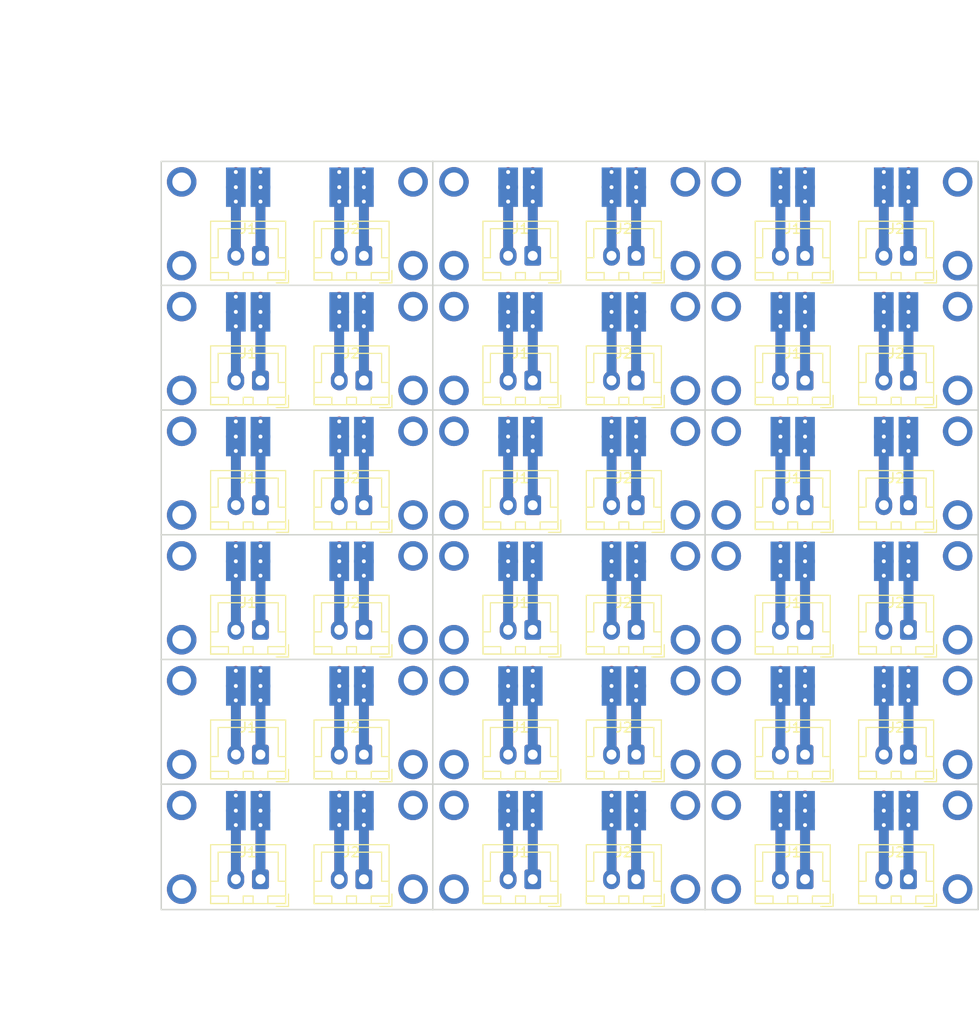
<source format=kicad_pcb>
(kicad_pcb (version 20171130) (host pcbnew 5.0.2+dfsg1-1)
  (layers (0 F.Cu signal) (31 B.Cu signal) (34 B.Paste user) (35 F.Paste user) (36 B.SilkS user) (37 F.SilkS user) (38 B.Mask user) (39 F.Mask user) (44 Edge.Cuts user))
  (net 0 "")
  (net 1 "Net-(J1-Pad1)")
  (net 2 "Net-(J1-Pad2)")
  (net 3 "Net-(J2-Pad2)")
  (net 4 "Net-(J2-Pad1)")
  (module custom-footprints:M3-thread-insert (layer F.Cu) (at 218.165004 119.75001)
    (fp_text reference REF** hide)
    (fp_text value M3-thread-insert hide)
    (pad 1 thru_hole circle (at 0.635 0) (size 3 3) (drill 1.9) (layers *.Cu *.Mask))
  )
  (module custom-footprints:M3-thread-insert (layer F.Cu) (at 218.165004 107.100008)
    (fp_text reference REF** hide)
    (fp_text value M3-thread-insert hide)
    (pad 1 thru_hole circle (at 0.635 0) (size 3 3) (drill 1.9) (layers *.Cu *.Mask))
  )
  (module custom-footprints:M3-thread-insert (layer F.Cu) (at 218.165004 94.450006)
    (fp_text reference REF** hide)
    (fp_text value M3-thread-insert hide)
    (pad 1 thru_hole circle (at 0.635 0) (size 3 3) (drill 1.9) (layers *.Cu *.Mask))
  )
  (module custom-footprints:M3-thread-insert (layer F.Cu) (at 218.165004 81.800004)
    (fp_text reference REF** hide)
    (fp_text value M3-thread-insert hide)
    (pad 1 thru_hole circle (at 0.635 0) (size 3 3) (drill 1.9) (layers *.Cu *.Mask))
  )
  (module custom-footprints:M3-thread-insert (layer F.Cu) (at 218.165004 69.150002)
    (fp_text reference REF** hide)
    (fp_text value M3-thread-insert hide)
    (pad 1 thru_hole circle (at 0.635 0) (size 3 3) (drill 1.9) (layers *.Cu *.Mask))
  )
  (module custom-footprints:M3-thread-insert (layer F.Cu) (at 218.165004 56.5)
    (fp_text reference REF** hide)
    (fp_text value M3-thread-insert hide)
    (pad 1 thru_hole circle (at 0.635 0) (size 3 3) (drill 1.9) (layers *.Cu *.Mask))
  )
  (module custom-footprints:M3-thread-insert (layer F.Cu) (at 190.515002 119.75001)
    (fp_text reference REF** hide)
    (fp_text value M3-thread-insert hide)
    (pad 1 thru_hole circle (at 0.635 0) (size 3 3) (drill 1.9) (layers *.Cu *.Mask))
  )
  (module custom-footprints:M3-thread-insert (layer F.Cu) (at 190.515002 107.100008)
    (fp_text reference REF** hide)
    (fp_text value M3-thread-insert hide)
    (pad 1 thru_hole circle (at 0.635 0) (size 3 3) (drill 1.9) (layers *.Cu *.Mask))
  )
  (module custom-footprints:M3-thread-insert (layer F.Cu) (at 190.515002 94.450006)
    (fp_text reference REF** hide)
    (fp_text value M3-thread-insert hide)
    (pad 1 thru_hole circle (at 0.635 0) (size 3 3) (drill 1.9) (layers *.Cu *.Mask))
  )
  (module custom-footprints:M3-thread-insert (layer F.Cu) (at 190.515002 81.800004)
    (fp_text reference REF** hide)
    (fp_text value M3-thread-insert hide)
    (pad 1 thru_hole circle (at 0.635 0) (size 3 3) (drill 1.9) (layers *.Cu *.Mask))
  )
  (module custom-footprints:M3-thread-insert (layer F.Cu) (at 190.515002 69.150002)
    (fp_text reference REF** hide)
    (fp_text value M3-thread-insert hide)
    (pad 1 thru_hole circle (at 0.635 0) (size 3 3) (drill 1.9) (layers *.Cu *.Mask))
  )
  (module custom-footprints:M3-thread-insert (layer F.Cu) (at 190.515002 56.5)
    (fp_text reference REF** hide)
    (fp_text value M3-thread-insert hide)
    (pad 1 thru_hole circle (at 0.635 0) (size 3 3) (drill 1.9) (layers *.Cu *.Mask))
  )
  (module custom-footprints:M3-thread-insert (layer F.Cu) (at 162.865 119.75001)
    (fp_text reference REF** hide)
    (fp_text value M3-thread-insert hide)
    (pad 1 thru_hole circle (at 0.635 0) (size 3 3) (drill 1.9) (layers *.Cu *.Mask))
  )
  (module custom-footprints:M3-thread-insert (layer F.Cu) (at 162.865 107.100008)
    (fp_text reference REF** hide)
    (fp_text value M3-thread-insert hide)
    (pad 1 thru_hole circle (at 0.635 0) (size 3 3) (drill 1.9) (layers *.Cu *.Mask))
  )
  (module custom-footprints:M3-thread-insert (layer F.Cu) (at 162.865 94.450006)
    (fp_text reference REF** hide)
    (fp_text value M3-thread-insert hide)
    (pad 1 thru_hole circle (at 0.635 0) (size 3 3) (drill 1.9) (layers *.Cu *.Mask))
  )
  (module custom-footprints:M3-thread-insert (layer F.Cu) (at 162.865 81.800004)
    (fp_text reference REF** hide)
    (fp_text value M3-thread-insert hide)
    (pad 1 thru_hole circle (at 0.635 0) (size 3 3) (drill 1.9) (layers *.Cu *.Mask))
  )
  (module custom-footprints:M3-thread-insert (layer F.Cu) (at 162.865 69.150002)
    (fp_text reference REF** hide)
    (fp_text value M3-thread-insert hide)
    (pad 1 thru_hole circle (at 0.635 0) (size 3 3) (drill 1.9) (layers *.Cu *.Mask))
  )
  (module custom-footprints:M3-thread-insert (layer F.Cu) (at 194.665004 119.75001)
    (fp_text reference REF** hide)
    (fp_text value M3-thread-insert hide)
    (pad 1 thru_hole circle (at 0.635 0) (size 3 3) (drill 1.9) (layers *.Cu *.Mask))
  )
  (module custom-footprints:M3-thread-insert (layer F.Cu) (at 194.665004 107.100008)
    (fp_text reference REF** hide)
    (fp_text value M3-thread-insert hide)
    (pad 1 thru_hole circle (at 0.635 0) (size 3 3) (drill 1.9) (layers *.Cu *.Mask))
  )
  (module custom-footprints:M3-thread-insert (layer F.Cu) (at 194.665004 94.450006)
    (fp_text reference REF** hide)
    (fp_text value M3-thread-insert hide)
    (pad 1 thru_hole circle (at 0.635 0) (size 3 3) (drill 1.9) (layers *.Cu *.Mask))
  )
  (module custom-footprints:M3-thread-insert (layer F.Cu) (at 194.665004 81.800004)
    (fp_text reference REF** hide)
    (fp_text value M3-thread-insert hide)
    (pad 1 thru_hole circle (at 0.635 0) (size 3 3) (drill 1.9) (layers *.Cu *.Mask))
  )
  (module custom-footprints:M3-thread-insert (layer F.Cu) (at 194.665004 69.150002)
    (fp_text reference REF** hide)
    (fp_text value M3-thread-insert hide)
    (pad 1 thru_hole circle (at 0.635 0) (size 3 3) (drill 1.9) (layers *.Cu *.Mask))
  )
  (module custom-footprints:M3-thread-insert (layer F.Cu) (at 194.665004 56.5)
    (fp_text reference REF** hide)
    (fp_text value M3-thread-insert hide)
    (pad 1 thru_hole circle (at 0.635 0) (size 3 3) (drill 1.9) (layers *.Cu *.Mask))
  )
  (module custom-footprints:M3-thread-insert (layer F.Cu) (at 167.015002 119.75001)
    (fp_text reference REF** hide)
    (fp_text value M3-thread-insert hide)
    (pad 1 thru_hole circle (at 0.635 0) (size 3 3) (drill 1.9) (layers *.Cu *.Mask))
  )
  (module custom-footprints:M3-thread-insert (layer F.Cu) (at 167.015002 107.100008)
    (fp_text reference REF** hide)
    (fp_text value M3-thread-insert hide)
    (pad 1 thru_hole circle (at 0.635 0) (size 3 3) (drill 1.9) (layers *.Cu *.Mask))
  )
  (module custom-footprints:M3-thread-insert (layer F.Cu) (at 167.015002 94.450006)
    (fp_text reference REF** hide)
    (fp_text value M3-thread-insert hide)
    (pad 1 thru_hole circle (at 0.635 0) (size 3 3) (drill 1.9) (layers *.Cu *.Mask))
  )
  (module custom-footprints:M3-thread-insert (layer F.Cu) (at 167.015002 81.800004)
    (fp_text reference REF** hide)
    (fp_text value M3-thread-insert hide)
    (pad 1 thru_hole circle (at 0.635 0) (size 3 3) (drill 1.9) (layers *.Cu *.Mask))
  )
  (module custom-footprints:M3-thread-insert (layer F.Cu) (at 167.015002 69.150002)
    (fp_text reference REF** hide)
    (fp_text value M3-thread-insert hide)
    (pad 1 thru_hole circle (at 0.635 0) (size 3 3) (drill 1.9) (layers *.Cu *.Mask))
  )
  (module custom-footprints:M3-thread-insert (layer F.Cu) (at 167.015002 56.5)
    (fp_text reference REF** hide)
    (fp_text value M3-thread-insert hide)
    (pad 1 thru_hole circle (at 0.635 0) (size 3 3) (drill 1.9) (layers *.Cu *.Mask))
  )
  (module custom-footprints:M3-thread-insert (layer F.Cu) (at 139.365 119.75001)
    (fp_text reference REF** hide)
    (fp_text value M3-thread-insert hide)
    (pad 1 thru_hole circle (at 0.635 0) (size 3 3) (drill 1.9) (layers *.Cu *.Mask))
  )
  (module custom-footprints:M3-thread-insert (layer F.Cu) (at 139.365 107.100008)
    (fp_text reference REF** hide)
    (fp_text value M3-thread-insert hide)
    (pad 1 thru_hole circle (at 0.635 0) (size 3 3) (drill 1.9) (layers *.Cu *.Mask))
  )
  (module custom-footprints:M3-thread-insert (layer F.Cu) (at 139.365 94.450006)
    (fp_text reference REF** hide)
    (fp_text value M3-thread-insert hide)
    (pad 1 thru_hole circle (at 0.635 0) (size 3 3) (drill 1.9) (layers *.Cu *.Mask))
  )
  (module custom-footprints:M3-thread-insert (layer F.Cu) (at 139.365 81.800004)
    (fp_text reference REF** hide)
    (fp_text value M3-thread-insert hide)
    (pad 1 thru_hole circle (at 0.635 0) (size 3 3) (drill 1.9) (layers *.Cu *.Mask))
  )
  (module custom-footprints:M3-thread-insert (layer F.Cu) (at 139.365 69.150002)
    (fp_text reference REF** hide)
    (fp_text value M3-thread-insert hide)
    (pad 1 thru_hole circle (at 0.635 0) (size 3 3) (drill 1.9) (layers *.Cu *.Mask))
  )
  (module Connector_JST:JST_XH_B02B-XH-A_1x02_P2.50mm_Vertical (layer F.Cu) (at 213.800004 127.25001 180)
    (fp_text reference J2 (at 1.25 2.75 180) (layer F.SilkS))
    (fp_text value Conn_01x02_Female hide)
    (pad 2 thru_hole oval (at 2.5 0 180) (size 1.7 2) (drill 1) (layers *.Cu *.Mask) (net 3 "Net-(J2-Pad2)"))
    (pad 1 thru_hole roundrect (at 0 0 180) (size 1.7 2) (drill 1) (layers *.Cu *.Mask) (roundrect_rratio 0.147059) (net 4 "Net-(J2-Pad1)"))
  )
  (module Connector_JST:JST_XH_B02B-XH-A_1x02_P2.50mm_Vertical (layer F.Cu) (at 213.800004 114.600008 180)
    (fp_text reference J2 (at 1.25 2.75 180) (layer F.SilkS))
    (fp_text value Conn_01x02_Female hide)
    (pad 2 thru_hole oval (at 2.5 0 180) (size 1.7 2) (drill 1) (layers *.Cu *.Mask) (net 3 "Net-(J2-Pad2)"))
    (pad 1 thru_hole roundrect (at 0 0 180) (size 1.7 2) (drill 1) (layers *.Cu *.Mask) (roundrect_rratio 0.147059) (net 4 "Net-(J2-Pad1)"))
  )
  (module Connector_JST:JST_XH_B02B-XH-A_1x02_P2.50mm_Vertical (layer F.Cu) (at 213.800004 101.950006 180)
    (fp_text reference J2 (at 1.25 2.75 180) (layer F.SilkS))
    (fp_text value Conn_01x02_Female hide)
    (pad 2 thru_hole oval (at 2.5 0 180) (size 1.7 2) (drill 1) (layers *.Cu *.Mask) (net 3 "Net-(J2-Pad2)"))
    (pad 1 thru_hole roundrect (at 0 0 180) (size 1.7 2) (drill 1) (layers *.Cu *.Mask) (roundrect_rratio 0.147059) (net 4 "Net-(J2-Pad1)"))
  )
  (module Connector_JST:JST_XH_B02B-XH-A_1x02_P2.50mm_Vertical (layer F.Cu) (at 213.800004 89.300004 180)
    (fp_text reference J2 (at 1.25 2.75 180) (layer F.SilkS))
    (fp_text value Conn_01x02_Female hide)
    (pad 2 thru_hole oval (at 2.5 0 180) (size 1.7 2) (drill 1) (layers *.Cu *.Mask) (net 3 "Net-(J2-Pad2)"))
    (pad 1 thru_hole roundrect (at 0 0 180) (size 1.7 2) (drill 1) (layers *.Cu *.Mask) (roundrect_rratio 0.147059) (net 4 "Net-(J2-Pad1)"))
  )
  (module Connector_JST:JST_XH_B02B-XH-A_1x02_P2.50mm_Vertical (layer F.Cu) (at 213.800004 76.650002 180)
    (fp_text reference J2 (at 1.25 2.75 180) (layer F.SilkS))
    (fp_text value Conn_01x02_Female hide)
    (pad 2 thru_hole oval (at 2.5 0 180) (size 1.7 2) (drill 1) (layers *.Cu *.Mask) (net 3 "Net-(J2-Pad2)"))
    (pad 1 thru_hole roundrect (at 0 0 180) (size 1.7 2) (drill 1) (layers *.Cu *.Mask) (roundrect_rratio 0.147059) (net 4 "Net-(J2-Pad1)"))
  )
  (module Connector_JST:JST_XH_B02B-XH-A_1x02_P2.50mm_Vertical (layer F.Cu) (at 213.800004 64 180)
    (fp_text reference J2 (at 1.25 2.75 180) (layer F.SilkS))
    (fp_text value Conn_01x02_Female hide)
    (pad 2 thru_hole oval (at 2.5 0 180) (size 1.7 2) (drill 1) (layers *.Cu *.Mask) (net 3 "Net-(J2-Pad2)"))
    (pad 1 thru_hole roundrect (at 0 0 180) (size 1.7 2) (drill 1) (layers *.Cu *.Mask) (roundrect_rratio 0.147059) (net 4 "Net-(J2-Pad1)"))
  )
  (module Connector_JST:JST_XH_B02B-XH-A_1x02_P2.50mm_Vertical (layer F.Cu) (at 186.150002 127.25001 180)
    (fp_text reference J2 (at 1.25 2.75 180) (layer F.SilkS))
    (fp_text value Conn_01x02_Female hide)
    (pad 2 thru_hole oval (at 2.5 0 180) (size 1.7 2) (drill 1) (layers *.Cu *.Mask) (net 3 "Net-(J2-Pad2)"))
    (pad 1 thru_hole roundrect (at 0 0 180) (size 1.7 2) (drill 1) (layers *.Cu *.Mask) (roundrect_rratio 0.147059) (net 4 "Net-(J2-Pad1)"))
  )
  (module Connector_JST:JST_XH_B02B-XH-A_1x02_P2.50mm_Vertical (layer F.Cu) (at 186.150002 114.600008 180)
    (fp_text reference J2 (at 1.25 2.75 180) (layer F.SilkS))
    (fp_text value Conn_01x02_Female hide)
    (pad 2 thru_hole oval (at 2.5 0 180) (size 1.7 2) (drill 1) (layers *.Cu *.Mask) (net 3 "Net-(J2-Pad2)"))
    (pad 1 thru_hole roundrect (at 0 0 180) (size 1.7 2) (drill 1) (layers *.Cu *.Mask) (roundrect_rratio 0.147059) (net 4 "Net-(J2-Pad1)"))
  )
  (module Connector_JST:JST_XH_B02B-XH-A_1x02_P2.50mm_Vertical (layer F.Cu) (at 186.150002 101.950006 180)
    (fp_text reference J2 (at 1.25 2.75 180) (layer F.SilkS))
    (fp_text value Conn_01x02_Female hide)
    (pad 2 thru_hole oval (at 2.5 0 180) (size 1.7 2) (drill 1) (layers *.Cu *.Mask) (net 3 "Net-(J2-Pad2)"))
    (pad 1 thru_hole roundrect (at 0 0 180) (size 1.7 2) (drill 1) (layers *.Cu *.Mask) (roundrect_rratio 0.147059) (net 4 "Net-(J2-Pad1)"))
  )
  (module Connector_JST:JST_XH_B02B-XH-A_1x02_P2.50mm_Vertical (layer F.Cu) (at 186.150002 89.300004 180)
    (fp_text reference J2 (at 1.25 2.75 180) (layer F.SilkS))
    (fp_text value Conn_01x02_Female hide)
    (pad 2 thru_hole oval (at 2.5 0 180) (size 1.7 2) (drill 1) (layers *.Cu *.Mask) (net 3 "Net-(J2-Pad2)"))
    (pad 1 thru_hole roundrect (at 0 0 180) (size 1.7 2) (drill 1) (layers *.Cu *.Mask) (roundrect_rratio 0.147059) (net 4 "Net-(J2-Pad1)"))
  )
  (module Connector_JST:JST_XH_B02B-XH-A_1x02_P2.50mm_Vertical (layer F.Cu) (at 186.150002 76.650002 180)
    (fp_text reference J2 (at 1.25 2.75 180) (layer F.SilkS))
    (fp_text value Conn_01x02_Female hide)
    (pad 2 thru_hole oval (at 2.5 0 180) (size 1.7 2) (drill 1) (layers *.Cu *.Mask) (net 3 "Net-(J2-Pad2)"))
    (pad 1 thru_hole roundrect (at 0 0 180) (size 1.7 2) (drill 1) (layers *.Cu *.Mask) (roundrect_rratio 0.147059) (net 4 "Net-(J2-Pad1)"))
  )
  (module Connector_JST:JST_XH_B02B-XH-A_1x02_P2.50mm_Vertical (layer F.Cu) (at 186.150002 64 180)
    (fp_text reference J2 (at 1.25 2.75 180) (layer F.SilkS))
    (fp_text value Conn_01x02_Female hide)
    (pad 2 thru_hole oval (at 2.5 0 180) (size 1.7 2) (drill 1) (layers *.Cu *.Mask) (net 3 "Net-(J2-Pad2)"))
    (pad 1 thru_hole roundrect (at 0 0 180) (size 1.7 2) (drill 1) (layers *.Cu *.Mask) (roundrect_rratio 0.147059) (net 4 "Net-(J2-Pad1)"))
  )
  (module Connector_JST:JST_XH_B02B-XH-A_1x02_P2.50mm_Vertical (layer F.Cu) (at 158.5 127.25001 180)
    (fp_text reference J2 (at 1.25 2.75 180) (layer F.SilkS))
    (fp_text value Conn_01x02_Female hide)
    (pad 2 thru_hole oval (at 2.5 0 180) (size 1.7 2) (drill 1) (layers *.Cu *.Mask) (net 3 "Net-(J2-Pad2)"))
    (pad 1 thru_hole roundrect (at 0 0 180) (size 1.7 2) (drill 1) (layers *.Cu *.Mask) (roundrect_rratio 0.147059) (net 4 "Net-(J2-Pad1)"))
  )
  (module Connector_JST:JST_XH_B02B-XH-A_1x02_P2.50mm_Vertical (layer F.Cu) (at 158.5 114.600008 180)
    (fp_text reference J2 (at 1.25 2.75 180) (layer F.SilkS))
    (fp_text value Conn_01x02_Female hide)
    (pad 2 thru_hole oval (at 2.5 0 180) (size 1.7 2) (drill 1) (layers *.Cu *.Mask) (net 3 "Net-(J2-Pad2)"))
    (pad 1 thru_hole roundrect (at 0 0 180) (size 1.7 2) (drill 1) (layers *.Cu *.Mask) (roundrect_rratio 0.147059) (net 4 "Net-(J2-Pad1)"))
  )
  (module Connector_JST:JST_XH_B02B-XH-A_1x02_P2.50mm_Vertical (layer F.Cu) (at 158.5 101.950006 180)
    (fp_text reference J2 (at 1.25 2.75 180) (layer F.SilkS))
    (fp_text value Conn_01x02_Female hide)
    (pad 2 thru_hole oval (at 2.5 0 180) (size 1.7 2) (drill 1) (layers *.Cu *.Mask) (net 3 "Net-(J2-Pad2)"))
    (pad 1 thru_hole roundrect (at 0 0 180) (size 1.7 2) (drill 1) (layers *.Cu *.Mask) (roundrect_rratio 0.147059) (net 4 "Net-(J2-Pad1)"))
  )
  (module Connector_JST:JST_XH_B02B-XH-A_1x02_P2.50mm_Vertical (layer F.Cu) (at 158.5 89.300004 180)
    (fp_text reference J2 (at 1.25 2.75 180) (layer F.SilkS))
    (fp_text value Conn_01x02_Female hide)
    (pad 2 thru_hole oval (at 2.5 0 180) (size 1.7 2) (drill 1) (layers *.Cu *.Mask) (net 3 "Net-(J2-Pad2)"))
    (pad 1 thru_hole roundrect (at 0 0 180) (size 1.7 2) (drill 1) (layers *.Cu *.Mask) (roundrect_rratio 0.147059) (net 4 "Net-(J2-Pad1)"))
  )
  (module Connector_JST:JST_XH_B02B-XH-A_1x02_P2.50mm_Vertical (layer F.Cu) (at 158.5 76.650002 180)
    (fp_text reference J2 (at 1.25 2.75 180) (layer F.SilkS))
    (fp_text value Conn_01x02_Female hide)
    (pad 2 thru_hole oval (at 2.5 0 180) (size 1.7 2) (drill 1) (layers *.Cu *.Mask) (net 3 "Net-(J2-Pad2)"))
    (pad 1 thru_hole roundrect (at 0 0 180) (size 1.7 2) (drill 1) (layers *.Cu *.Mask) (roundrect_rratio 0.147059) (net 4 "Net-(J2-Pad1)"))
  )
  (module Connector_JST:JST_XH_B02B-XH-A_1x02_P2.50mm_Vertical (layer F.Cu) (at 203.300004 127.25001 180)
    (fp_text reference J1 (at 1.25 2.75 180) (layer F.SilkS))
    (fp_text value Conn_01x02_Female hide)
    (pad 2 thru_hole oval (at 2.5 0 180) (size 1.7 2) (drill 1) (layers *.Cu *.Mask) (net 2 "Net-(J1-Pad2)"))
    (pad 1 thru_hole roundrect (at 0 0 180) (size 1.7 2) (drill 1) (layers *.Cu *.Mask) (roundrect_rratio 0.147059) (net 1 "Net-(J1-Pad1)"))
  )
  (module Connector_JST:JST_XH_B02B-XH-A_1x02_P2.50mm_Vertical (layer F.Cu) (at 203.300004 114.600008 180)
    (fp_text reference J1 (at 1.25 2.75 180) (layer F.SilkS))
    (fp_text value Conn_01x02_Female hide)
    (pad 2 thru_hole oval (at 2.5 0 180) (size 1.7 2) (drill 1) (layers *.Cu *.Mask) (net 2 "Net-(J1-Pad2)"))
    (pad 1 thru_hole roundrect (at 0 0 180) (size 1.7 2) (drill 1) (layers *.Cu *.Mask) (roundrect_rratio 0.147059) (net 1 "Net-(J1-Pad1)"))
  )
  (module Connector_JST:JST_XH_B02B-XH-A_1x02_P2.50mm_Vertical (layer F.Cu) (at 203.300004 101.950006 180)
    (fp_text reference J1 (at 1.25 2.75 180) (layer F.SilkS))
    (fp_text value Conn_01x02_Female hide)
    (pad 2 thru_hole oval (at 2.5 0 180) (size 1.7 2) (drill 1) (layers *.Cu *.Mask) (net 2 "Net-(J1-Pad2)"))
    (pad 1 thru_hole roundrect (at 0 0 180) (size 1.7 2) (drill 1) (layers *.Cu *.Mask) (roundrect_rratio 0.147059) (net 1 "Net-(J1-Pad1)"))
  )
  (module Connector_JST:JST_XH_B02B-XH-A_1x02_P2.50mm_Vertical (layer F.Cu) (at 203.300004 89.300004 180)
    (fp_text reference J1 (at 1.25 2.75 180) (layer F.SilkS))
    (fp_text value Conn_01x02_Female hide)
    (pad 2 thru_hole oval (at 2.5 0 180) (size 1.7 2) (drill 1) (layers *.Cu *.Mask) (net 2 "Net-(J1-Pad2)"))
    (pad 1 thru_hole roundrect (at 0 0 180) (size 1.7 2) (drill 1) (layers *.Cu *.Mask) (roundrect_rratio 0.147059) (net 1 "Net-(J1-Pad1)"))
  )
  (module Connector_JST:JST_XH_B02B-XH-A_1x02_P2.50mm_Vertical (layer F.Cu) (at 203.300004 76.650002 180)
    (fp_text reference J1 (at 1.25 2.75 180) (layer F.SilkS))
    (fp_text value Conn_01x02_Female hide)
    (pad 2 thru_hole oval (at 2.5 0 180) (size 1.7 2) (drill 1) (layers *.Cu *.Mask) (net 2 "Net-(J1-Pad2)"))
    (pad 1 thru_hole roundrect (at 0 0 180) (size 1.7 2) (drill 1) (layers *.Cu *.Mask) (roundrect_rratio 0.147059) (net 1 "Net-(J1-Pad1)"))
  )
  (module Connector_JST:JST_XH_B02B-XH-A_1x02_P2.50mm_Vertical (layer F.Cu) (at 203.300004 64 180)
    (fp_text reference J1 (at 1.25 2.75 180) (layer F.SilkS))
    (fp_text value Conn_01x02_Female hide)
    (pad 2 thru_hole oval (at 2.5 0 180) (size 1.7 2) (drill 1) (layers *.Cu *.Mask) (net 2 "Net-(J1-Pad2)"))
    (pad 1 thru_hole roundrect (at 0 0 180) (size 1.7 2) (drill 1) (layers *.Cu *.Mask) (roundrect_rratio 0.147059) (net 1 "Net-(J1-Pad1)"))
  )
  (module Connector_JST:JST_XH_B02B-XH-A_1x02_P2.50mm_Vertical (layer F.Cu) (at 175.650002 127.25001 180)
    (fp_text reference J1 (at 1.25 2.75 180) (layer F.SilkS))
    (fp_text value Conn_01x02_Female hide)
    (pad 2 thru_hole oval (at 2.5 0 180) (size 1.7 2) (drill 1) (layers *.Cu *.Mask) (net 2 "Net-(J1-Pad2)"))
    (pad 1 thru_hole roundrect (at 0 0 180) (size 1.7 2) (drill 1) (layers *.Cu *.Mask) (roundrect_rratio 0.147059) (net 1 "Net-(J1-Pad1)"))
  )
  (module Connector_JST:JST_XH_B02B-XH-A_1x02_P2.50mm_Vertical (layer F.Cu) (at 175.650002 114.600008 180)
    (fp_text reference J1 (at 1.25 2.75 180) (layer F.SilkS))
    (fp_text value Conn_01x02_Female hide)
    (pad 2 thru_hole oval (at 2.5 0 180) (size 1.7 2) (drill 1) (layers *.Cu *.Mask) (net 2 "Net-(J1-Pad2)"))
    (pad 1 thru_hole roundrect (at 0 0 180) (size 1.7 2) (drill 1) (layers *.Cu *.Mask) (roundrect_rratio 0.147059) (net 1 "Net-(J1-Pad1)"))
  )
  (module Connector_JST:JST_XH_B02B-XH-A_1x02_P2.50mm_Vertical (layer F.Cu) (at 175.650002 101.950006 180)
    (fp_text reference J1 (at 1.25 2.75 180) (layer F.SilkS))
    (fp_text value Conn_01x02_Female hide)
    (pad 2 thru_hole oval (at 2.5 0 180) (size 1.7 2) (drill 1) (layers *.Cu *.Mask) (net 2 "Net-(J1-Pad2)"))
    (pad 1 thru_hole roundrect (at 0 0 180) (size 1.7 2) (drill 1) (layers *.Cu *.Mask) (roundrect_rratio 0.147059) (net 1 "Net-(J1-Pad1)"))
  )
  (module Connector_JST:JST_XH_B02B-XH-A_1x02_P2.50mm_Vertical (layer F.Cu) (at 175.650002 89.300004 180)
    (fp_text reference J1 (at 1.25 2.75 180) (layer F.SilkS))
    (fp_text value Conn_01x02_Female hide)
    (pad 2 thru_hole oval (at 2.5 0 180) (size 1.7 2) (drill 1) (layers *.Cu *.Mask) (net 2 "Net-(J1-Pad2)"))
    (pad 1 thru_hole roundrect (at 0 0 180) (size 1.7 2) (drill 1) (layers *.Cu *.Mask) (roundrect_rratio 0.147059) (net 1 "Net-(J1-Pad1)"))
  )
  (module Connector_JST:JST_XH_B02B-XH-A_1x02_P2.50mm_Vertical (layer F.Cu) (at 175.650002 76.650002 180)
    (fp_text reference J1 (at 1.25 2.75 180) (layer F.SilkS))
    (fp_text value Conn_01x02_Female hide)
    (pad 2 thru_hole oval (at 2.5 0 180) (size 1.7 2) (drill 1) (layers *.Cu *.Mask) (net 2 "Net-(J1-Pad2)"))
    (pad 1 thru_hole roundrect (at 0 0 180) (size 1.7 2) (drill 1) (layers *.Cu *.Mask) (roundrect_rratio 0.147059) (net 1 "Net-(J1-Pad1)"))
  )
  (module Connector_JST:JST_XH_B02B-XH-A_1x02_P2.50mm_Vertical (layer F.Cu) (at 175.650002 64 180)
    (fp_text reference J1 (at 1.25 2.75 180) (layer F.SilkS))
    (fp_text value Conn_01x02_Female hide)
    (pad 2 thru_hole oval (at 2.5 0 180) (size 1.7 2) (drill 1) (layers *.Cu *.Mask) (net 2 "Net-(J1-Pad2)"))
    (pad 1 thru_hole roundrect (at 0 0 180) (size 1.7 2) (drill 1) (layers *.Cu *.Mask) (roundrect_rratio 0.147059) (net 1 "Net-(J1-Pad1)"))
  )
  (module Connector_JST:JST_XH_B02B-XH-A_1x02_P2.50mm_Vertical (layer F.Cu) (at 148 127.25001 180)
    (fp_text reference J1 (at 1.25 2.75 180) (layer F.SilkS))
    (fp_text value Conn_01x02_Female hide)
    (pad 2 thru_hole oval (at 2.5 0 180) (size 1.7 2) (drill 1) (layers *.Cu *.Mask) (net 2 "Net-(J1-Pad2)"))
    (pad 1 thru_hole roundrect (at 0 0 180) (size 1.7 2) (drill 1) (layers *.Cu *.Mask) (roundrect_rratio 0.147059) (net 1 "Net-(J1-Pad1)"))
  )
  (module Connector_JST:JST_XH_B02B-XH-A_1x02_P2.50mm_Vertical (layer F.Cu) (at 148 114.600008 180)
    (fp_text reference J1 (at 1.25 2.75 180) (layer F.SilkS))
    (fp_text value Conn_01x02_Female hide)
    (pad 2 thru_hole oval (at 2.5 0 180) (size 1.7 2) (drill 1) (layers *.Cu *.Mask) (net 2 "Net-(J1-Pad2)"))
    (pad 1 thru_hole roundrect (at 0 0 180) (size 1.7 2) (drill 1) (layers *.Cu *.Mask) (roundrect_rratio 0.147059) (net 1 "Net-(J1-Pad1)"))
  )
  (module Connector_JST:JST_XH_B02B-XH-A_1x02_P2.50mm_Vertical (layer F.Cu) (at 148 101.950006 180)
    (fp_text reference J1 (at 1.25 2.75 180) (layer F.SilkS))
    (fp_text value Conn_01x02_Female hide)
    (pad 2 thru_hole oval (at 2.5 0 180) (size 1.7 2) (drill 1) (layers *.Cu *.Mask) (net 2 "Net-(J1-Pad2)"))
    (pad 1 thru_hole roundrect (at 0 0 180) (size 1.7 2) (drill 1) (layers *.Cu *.Mask) (roundrect_rratio 0.147059) (net 1 "Net-(J1-Pad1)"))
  )
  (module Connector_JST:JST_XH_B02B-XH-A_1x02_P2.50mm_Vertical (layer F.Cu) (at 148 89.300004 180)
    (fp_text reference J1 (at 1.25 2.75 180) (layer F.SilkS))
    (fp_text value Conn_01x02_Female hide)
    (pad 2 thru_hole oval (at 2.5 0 180) (size 1.7 2) (drill 1) (layers *.Cu *.Mask) (net 2 "Net-(J1-Pad2)"))
    (pad 1 thru_hole roundrect (at 0 0 180) (size 1.7 2) (drill 1) (layers *.Cu *.Mask) (roundrect_rratio 0.147059) (net 1 "Net-(J1-Pad1)"))
  )
  (module Connector_JST:JST_XH_B02B-XH-A_1x02_P2.50mm_Vertical (layer F.Cu) (at 148 76.650002 180)
    (fp_text reference J1 (at 1.25 2.75 180) (layer F.SilkS))
    (fp_text value Conn_01x02_Female hide)
    (pad 2 thru_hole oval (at 2.5 0 180) (size 1.7 2) (drill 1) (layers *.Cu *.Mask) (net 2 "Net-(J1-Pad2)"))
    (pad 1 thru_hole roundrect (at 0 0 180) (size 1.7 2) (drill 1) (layers *.Cu *.Mask) (roundrect_rratio 0.147059) (net 1 "Net-(J1-Pad1)"))
  )
  (module custom-footprints:M3-thread-insert (layer F.Cu) (at 218.165004 128.25001)
    (fp_text reference REF** hide)
    (fp_text value M3-thread-insert hide)
    (pad 1 thru_hole circle (at 0.635 0) (size 3 3) (drill 1.9) (layers *.Cu *.Mask))
  )
  (module custom-footprints:M3-thread-insert (layer F.Cu) (at 218.165004 115.600008)
    (fp_text reference REF** hide)
    (fp_text value M3-thread-insert hide)
    (pad 1 thru_hole circle (at 0.635 0) (size 3 3) (drill 1.9) (layers *.Cu *.Mask))
  )
  (module custom-footprints:M3-thread-insert (layer F.Cu) (at 218.165004 102.950006)
    (fp_text reference REF** hide)
    (fp_text value M3-thread-insert hide)
    (pad 1 thru_hole circle (at 0.635 0) (size 3 3) (drill 1.9) (layers *.Cu *.Mask))
  )
  (module custom-footprints:M3-thread-insert (layer F.Cu) (at 218.165004 90.300004)
    (fp_text reference REF** hide)
    (fp_text value M3-thread-insert hide)
    (pad 1 thru_hole circle (at 0.635 0) (size 3 3) (drill 1.9) (layers *.Cu *.Mask))
  )
  (module custom-footprints:M3-thread-insert (layer F.Cu) (at 218.165004 77.650002)
    (fp_text reference REF** hide)
    (fp_text value M3-thread-insert hide)
    (pad 1 thru_hole circle (at 0.635 0) (size 3 3) (drill 1.9) (layers *.Cu *.Mask))
  )
  (module custom-footprints:M3-thread-insert (layer F.Cu) (at 218.165004 65)
    (fp_text reference REF** hide)
    (fp_text value M3-thread-insert hide)
    (pad 1 thru_hole circle (at 0.635 0) (size 3 3) (drill 1.9) (layers *.Cu *.Mask))
  )
  (module custom-footprints:M3-thread-insert (layer F.Cu) (at 190.515002 128.25001)
    (fp_text reference REF** hide)
    (fp_text value M3-thread-insert hide)
    (pad 1 thru_hole circle (at 0.635 0) (size 3 3) (drill 1.9) (layers *.Cu *.Mask))
  )
  (module custom-footprints:M3-thread-insert (layer F.Cu) (at 190.515002 115.600008)
    (fp_text reference REF** hide)
    (fp_text value M3-thread-insert hide)
    (pad 1 thru_hole circle (at 0.635 0) (size 3 3) (drill 1.9) (layers *.Cu *.Mask))
  )
  (module custom-footprints:M3-thread-insert (layer F.Cu) (at 190.515002 102.950006)
    (fp_text reference REF** hide)
    (fp_text value M3-thread-insert hide)
    (pad 1 thru_hole circle (at 0.635 0) (size 3 3) (drill 1.9) (layers *.Cu *.Mask))
  )
  (module custom-footprints:M3-thread-insert (layer F.Cu) (at 190.515002 90.300004)
    (fp_text reference REF** hide)
    (fp_text value M3-thread-insert hide)
    (pad 1 thru_hole circle (at 0.635 0) (size 3 3) (drill 1.9) (layers *.Cu *.Mask))
  )
  (module custom-footprints:M3-thread-insert (layer F.Cu) (at 190.515002 77.650002)
    (fp_text reference REF** hide)
    (fp_text value M3-thread-insert hide)
    (pad 1 thru_hole circle (at 0.635 0) (size 3 3) (drill 1.9) (layers *.Cu *.Mask))
  )
  (module custom-footprints:M3-thread-insert (layer F.Cu) (at 190.515002 65)
    (fp_text reference REF** hide)
    (fp_text value M3-thread-insert hide)
    (pad 1 thru_hole circle (at 0.635 0) (size 3 3) (drill 1.9) (layers *.Cu *.Mask))
  )
  (module custom-footprints:M3-thread-insert (layer F.Cu) (at 162.865 128.25001)
    (fp_text reference REF** hide)
    (fp_text value M3-thread-insert hide)
    (pad 1 thru_hole circle (at 0.635 0) (size 3 3) (drill 1.9) (layers *.Cu *.Mask))
  )
  (module custom-footprints:M3-thread-insert (layer F.Cu) (at 162.865 115.600008)
    (fp_text reference REF** hide)
    (fp_text value M3-thread-insert hide)
    (pad 1 thru_hole circle (at 0.635 0) (size 3 3) (drill 1.9) (layers *.Cu *.Mask))
  )
  (module custom-footprints:M3-thread-insert (layer F.Cu) (at 162.865 102.950006)
    (fp_text reference REF** hide)
    (fp_text value M3-thread-insert hide)
    (pad 1 thru_hole circle (at 0.635 0) (size 3 3) (drill 1.9) (layers *.Cu *.Mask))
  )
  (module custom-footprints:M3-thread-insert (layer F.Cu) (at 162.865 90.300004)
    (fp_text reference REF** hide)
    (fp_text value M3-thread-insert hide)
    (pad 1 thru_hole circle (at 0.635 0) (size 3 3) (drill 1.9) (layers *.Cu *.Mask))
  )
  (module custom-footprints:M3-thread-insert (layer F.Cu) (at 162.865 77.650002)
    (fp_text reference REF** hide)
    (fp_text value M3-thread-insert hide)
    (pad 1 thru_hole circle (at 0.635 0) (size 3 3) (drill 1.9) (layers *.Cu *.Mask))
  )
  (module custom-footprints:M3-thread-insert (layer F.Cu) (at 194.665004 128.25001)
    (fp_text reference REF** hide)
    (fp_text value M3-thread-insert hide)
    (pad 1 thru_hole circle (at 0.635 0) (size 3 3) (drill 1.9) (layers *.Cu *.Mask))
  )
  (module custom-footprints:M3-thread-insert (layer F.Cu) (at 194.665004 115.600008)
    (fp_text reference REF** hide)
    (fp_text value M3-thread-insert hide)
    (pad 1 thru_hole circle (at 0.635 0) (size 3 3) (drill 1.9) (layers *.Cu *.Mask))
  )
  (module custom-footprints:M3-thread-insert (layer F.Cu) (at 194.665004 102.950006)
    (fp_text reference REF** hide)
    (fp_text value M3-thread-insert hide)
    (pad 1 thru_hole circle (at 0.635 0) (size 3 3) (drill 1.9) (layers *.Cu *.Mask))
  )
  (module custom-footprints:M3-thread-insert (layer F.Cu) (at 194.665004 90.300004)
    (fp_text reference REF** hide)
    (fp_text value M3-thread-insert hide)
    (pad 1 thru_hole circle (at 0.635 0) (size 3 3) (drill 1.9) (layers *.Cu *.Mask))
  )
  (module custom-footprints:M3-thread-insert (layer F.Cu) (at 194.665004 77.650002)
    (fp_text reference REF** hide)
    (fp_text value M3-thread-insert hide)
    (pad 1 thru_hole circle (at 0.635 0) (size 3 3) (drill 1.9) (layers *.Cu *.Mask))
  )
  (module custom-footprints:M3-thread-insert (layer F.Cu) (at 194.665004 65)
    (fp_text reference REF** hide)
    (fp_text value M3-thread-insert hide)
    (pad 1 thru_hole circle (at 0.635 0) (size 3 3) (drill 1.9) (layers *.Cu *.Mask))
  )
  (module custom-footprints:M3-thread-insert (layer F.Cu) (at 167.015002 128.25001)
    (fp_text reference REF** hide)
    (fp_text value M3-thread-insert hide)
    (pad 1 thru_hole circle (at 0.635 0) (size 3 3) (drill 1.9) (layers *.Cu *.Mask))
  )
  (module custom-footprints:M3-thread-insert (layer F.Cu) (at 167.015002 115.600008)
    (fp_text reference REF** hide)
    (fp_text value M3-thread-insert hide)
    (pad 1 thru_hole circle (at 0.635 0) (size 3 3) (drill 1.9) (layers *.Cu *.Mask))
  )
  (module custom-footprints:M3-thread-insert (layer F.Cu) (at 167.015002 102.950006)
    (fp_text reference REF** hide)
    (fp_text value M3-thread-insert hide)
    (pad 1 thru_hole circle (at 0.635 0) (size 3 3) (drill 1.9) (layers *.Cu *.Mask))
  )
  (module custom-footprints:M3-thread-insert (layer F.Cu) (at 167.015002 90.300004)
    (fp_text reference REF** hide)
    (fp_text value M3-thread-insert hide)
    (pad 1 thru_hole circle (at 0.635 0) (size 3 3) (drill 1.9) (layers *.Cu *.Mask))
  )
  (module custom-footprints:M3-thread-insert (layer F.Cu) (at 167.015002 77.650002)
    (fp_text reference REF** hide)
    (fp_text value M3-thread-insert hide)
    (pad 1 thru_hole circle (at 0.635 0) (size 3 3) (drill 1.9) (layers *.Cu *.Mask))
  )
  (module custom-footprints:M3-thread-insert (layer F.Cu) (at 167.015002 65)
    (fp_text reference REF** hide)
    (fp_text value M3-thread-insert hide)
    (pad 1 thru_hole circle (at 0.635 0) (size 3 3) (drill 1.9) (layers *.Cu *.Mask))
  )
  (module custom-footprints:M3-thread-insert (layer F.Cu) (at 139.365 128.25001)
    (fp_text reference REF** hide)
    (fp_text value M3-thread-insert hide)
    (pad 1 thru_hole circle (at 0.635 0) (size 3 3) (drill 1.9) (layers *.Cu *.Mask))
  )
  (module custom-footprints:M3-thread-insert (layer F.Cu) (at 139.365 115.600008)
    (fp_text reference REF** hide)
    (fp_text value M3-thread-insert hide)
    (pad 1 thru_hole circle (at 0.635 0) (size 3 3) (drill 1.9) (layers *.Cu *.Mask))
  )
  (module custom-footprints:M3-thread-insert (layer F.Cu) (at 139.365 102.950006)
    (fp_text reference REF** hide)
    (fp_text value M3-thread-insert hide)
    (pad 1 thru_hole circle (at 0.635 0) (size 3 3) (drill 1.9) (layers *.Cu *.Mask))
  )
  (module custom-footprints:M3-thread-insert (layer F.Cu) (at 139.365 90.300004)
    (fp_text reference REF** hide)
    (fp_text value M3-thread-insert hide)
    (pad 1 thru_hole circle (at 0.635 0) (size 3 3) (drill 1.9) (layers *.Cu *.Mask))
  )
  (module custom-footprints:M3-thread-insert (layer F.Cu) (at 139.365 77.650002)
    (fp_text reference REF** hide)
    (fp_text value M3-thread-insert hide)
    (pad 1 thru_hole circle (at 0.635 0) (size 3 3) (drill 1.9) (layers *.Cu *.Mask))
  )
  (module custom-footprints:solder-pad (layer B.Cu) (at 213.800004 117.75001)
    (fp_text reference J6 hide)
    (fp_text value Conn_01x01_Female hide)
    (pad 1 smd rect (at 0 2.54) (size 2 4) (layers B.Cu B.Paste B.Mask) (net 4 "Net-(J2-Pad1)"))
  )
  (module custom-footprints:solder-pad (layer B.Cu) (at 213.800004 105.100008)
    (fp_text reference J6 hide)
    (fp_text value Conn_01x01_Female hide)
    (pad 1 smd rect (at 0 2.54) (size 2 4) (layers B.Cu B.Paste B.Mask) (net 4 "Net-(J2-Pad1)"))
  )
  (module custom-footprints:solder-pad (layer B.Cu) (at 213.800004 92.450006)
    (fp_text reference J6 hide)
    (fp_text value Conn_01x01_Female hide)
    (pad 1 smd rect (at 0 2.54) (size 2 4) (layers B.Cu B.Paste B.Mask) (net 4 "Net-(J2-Pad1)"))
  )
  (module custom-footprints:solder-pad (layer B.Cu) (at 213.800004 79.800004)
    (fp_text reference J6 hide)
    (fp_text value Conn_01x01_Female hide)
    (pad 1 smd rect (at 0 2.54) (size 2 4) (layers B.Cu B.Paste B.Mask) (net 4 "Net-(J2-Pad1)"))
  )
  (module custom-footprints:solder-pad (layer B.Cu) (at 213.800004 67.150002)
    (fp_text reference J6 hide)
    (fp_text value Conn_01x01_Female hide)
    (pad 1 smd rect (at 0 2.54) (size 2 4) (layers B.Cu B.Paste B.Mask) (net 4 "Net-(J2-Pad1)"))
  )
  (module custom-footprints:solder-pad (layer B.Cu) (at 213.800004 54.5)
    (fp_text reference J6 hide)
    (fp_text value Conn_01x01_Female hide)
    (pad 1 smd rect (at 0 2.54) (size 2 4) (layers B.Cu B.Paste B.Mask) (net 4 "Net-(J2-Pad1)"))
  )
  (module custom-footprints:solder-pad (layer B.Cu) (at 186.150002 117.75001)
    (fp_text reference J6 hide)
    (fp_text value Conn_01x01_Female hide)
    (pad 1 smd rect (at 0 2.54) (size 2 4) (layers B.Cu B.Paste B.Mask) (net 4 "Net-(J2-Pad1)"))
  )
  (module custom-footprints:solder-pad (layer B.Cu) (at 186.150002 105.100008)
    (fp_text reference J6 hide)
    (fp_text value Conn_01x01_Female hide)
    (pad 1 smd rect (at 0 2.54) (size 2 4) (layers B.Cu B.Paste B.Mask) (net 4 "Net-(J2-Pad1)"))
  )
  (module custom-footprints:solder-pad (layer B.Cu) (at 186.150002 92.450006)
    (fp_text reference J6 hide)
    (fp_text value Conn_01x01_Female hide)
    (pad 1 smd rect (at 0 2.54) (size 2 4) (layers B.Cu B.Paste B.Mask) (net 4 "Net-(J2-Pad1)"))
  )
  (module custom-footprints:solder-pad (layer B.Cu) (at 186.150002 79.800004)
    (fp_text reference J6 hide)
    (fp_text value Conn_01x01_Female hide)
    (pad 1 smd rect (at 0 2.54) (size 2 4) (layers B.Cu B.Paste B.Mask) (net 4 "Net-(J2-Pad1)"))
  )
  (module custom-footprints:solder-pad (layer B.Cu) (at 186.150002 67.150002)
    (fp_text reference J6 hide)
    (fp_text value Conn_01x01_Female hide)
    (pad 1 smd rect (at 0 2.54) (size 2 4) (layers B.Cu B.Paste B.Mask) (net 4 "Net-(J2-Pad1)"))
  )
  (module custom-footprints:solder-pad (layer B.Cu) (at 186.150002 54.5)
    (fp_text reference J6 hide)
    (fp_text value Conn_01x01_Female hide)
    (pad 1 smd rect (at 0 2.54) (size 2 4) (layers B.Cu B.Paste B.Mask) (net 4 "Net-(J2-Pad1)"))
  )
  (module custom-footprints:solder-pad (layer B.Cu) (at 158.5 117.75001)
    (fp_text reference J6 hide)
    (fp_text value Conn_01x01_Female hide)
    (pad 1 smd rect (at 0 2.54) (size 2 4) (layers B.Cu B.Paste B.Mask) (net 4 "Net-(J2-Pad1)"))
  )
  (module custom-footprints:solder-pad (layer B.Cu) (at 158.5 105.100008)
    (fp_text reference J6 hide)
    (fp_text value Conn_01x01_Female hide)
    (pad 1 smd rect (at 0 2.54) (size 2 4) (layers B.Cu B.Paste B.Mask) (net 4 "Net-(J2-Pad1)"))
  )
  (module custom-footprints:solder-pad (layer B.Cu) (at 158.5 92.450006)
    (fp_text reference J6 hide)
    (fp_text value Conn_01x01_Female hide)
    (pad 1 smd rect (at 0 2.54) (size 2 4) (layers B.Cu B.Paste B.Mask) (net 4 "Net-(J2-Pad1)"))
  )
  (module custom-footprints:solder-pad (layer B.Cu) (at 158.5 79.800004)
    (fp_text reference J6 hide)
    (fp_text value Conn_01x01_Female hide)
    (pad 1 smd rect (at 0 2.54) (size 2 4) (layers B.Cu B.Paste B.Mask) (net 4 "Net-(J2-Pad1)"))
  )
  (module custom-footprints:solder-pad (layer B.Cu) (at 158.5 67.150002)
    (fp_text reference J6 hide)
    (fp_text value Conn_01x01_Female hide)
    (pad 1 smd rect (at 0 2.54) (size 2 4) (layers B.Cu B.Paste B.Mask) (net 4 "Net-(J2-Pad1)"))
  )
  (module custom-footprints:solder-pad (layer B.Cu) (at 211.300004 117.75001)
    (fp_text reference J5 hide)
    (fp_text value Conn_01x01_Female hide)
    (pad 1 smd rect (at 0 2.54) (size 2 4) (layers B.Cu B.Paste B.Mask) (net 3 "Net-(J2-Pad2)"))
  )
  (module custom-footprints:solder-pad (layer B.Cu) (at 211.300004 105.100008)
    (fp_text reference J5 hide)
    (fp_text value Conn_01x01_Female hide)
    (pad 1 smd rect (at 0 2.54) (size 2 4) (layers B.Cu B.Paste B.Mask) (net 3 "Net-(J2-Pad2)"))
  )
  (module custom-footprints:solder-pad (layer B.Cu) (at 211.300004 92.450006)
    (fp_text reference J5 hide)
    (fp_text value Conn_01x01_Female hide)
    (pad 1 smd rect (at 0 2.54) (size 2 4) (layers B.Cu B.Paste B.Mask) (net 3 "Net-(J2-Pad2)"))
  )
  (module custom-footprints:solder-pad (layer B.Cu) (at 211.300004 79.800004)
    (fp_text reference J5 hide)
    (fp_text value Conn_01x01_Female hide)
    (pad 1 smd rect (at 0 2.54) (size 2 4) (layers B.Cu B.Paste B.Mask) (net 3 "Net-(J2-Pad2)"))
  )
  (module custom-footprints:solder-pad (layer B.Cu) (at 211.300004 67.150002)
    (fp_text reference J5 hide)
    (fp_text value Conn_01x01_Female hide)
    (pad 1 smd rect (at 0 2.54) (size 2 4) (layers B.Cu B.Paste B.Mask) (net 3 "Net-(J2-Pad2)"))
  )
  (module custom-footprints:solder-pad (layer B.Cu) (at 211.300004 54.5)
    (fp_text reference J5 hide)
    (fp_text value Conn_01x01_Female hide)
    (pad 1 smd rect (at 0 2.54) (size 2 4) (layers B.Cu B.Paste B.Mask) (net 3 "Net-(J2-Pad2)"))
  )
  (module custom-footprints:solder-pad (layer B.Cu) (at 183.650002 117.75001)
    (fp_text reference J5 hide)
    (fp_text value Conn_01x01_Female hide)
    (pad 1 smd rect (at 0 2.54) (size 2 4) (layers B.Cu B.Paste B.Mask) (net 3 "Net-(J2-Pad2)"))
  )
  (module custom-footprints:solder-pad (layer B.Cu) (at 183.650002 105.100008)
    (fp_text reference J5 hide)
    (fp_text value Conn_01x01_Female hide)
    (pad 1 smd rect (at 0 2.54) (size 2 4) (layers B.Cu B.Paste B.Mask) (net 3 "Net-(J2-Pad2)"))
  )
  (module custom-footprints:solder-pad (layer B.Cu) (at 183.650002 92.450006)
    (fp_text reference J5 hide)
    (fp_text value Conn_01x01_Female hide)
    (pad 1 smd rect (at 0 2.54) (size 2 4) (layers B.Cu B.Paste B.Mask) (net 3 "Net-(J2-Pad2)"))
  )
  (module custom-footprints:solder-pad (layer B.Cu) (at 183.650002 79.800004)
    (fp_text reference J5 hide)
    (fp_text value Conn_01x01_Female hide)
    (pad 1 smd rect (at 0 2.54) (size 2 4) (layers B.Cu B.Paste B.Mask) (net 3 "Net-(J2-Pad2)"))
  )
  (module custom-footprints:solder-pad (layer B.Cu) (at 183.650002 67.150002)
    (fp_text reference J5 hide)
    (fp_text value Conn_01x01_Female hide)
    (pad 1 smd rect (at 0 2.54) (size 2 4) (layers B.Cu B.Paste B.Mask) (net 3 "Net-(J2-Pad2)"))
  )
  (module custom-footprints:solder-pad (layer B.Cu) (at 183.650002 54.5)
    (fp_text reference J5 hide)
    (fp_text value Conn_01x01_Female hide)
    (pad 1 smd rect (at 0 2.54) (size 2 4) (layers B.Cu B.Paste B.Mask) (net 3 "Net-(J2-Pad2)"))
  )
  (module custom-footprints:solder-pad (layer B.Cu) (at 156 117.75001)
    (fp_text reference J5 hide)
    (fp_text value Conn_01x01_Female hide)
    (pad 1 smd rect (at 0 2.54) (size 2 4) (layers B.Cu B.Paste B.Mask) (net 3 "Net-(J2-Pad2)"))
  )
  (module custom-footprints:solder-pad (layer B.Cu) (at 156 105.100008)
    (fp_text reference J5 hide)
    (fp_text value Conn_01x01_Female hide)
    (pad 1 smd rect (at 0 2.54) (size 2 4) (layers B.Cu B.Paste B.Mask) (net 3 "Net-(J2-Pad2)"))
  )
  (module custom-footprints:solder-pad (layer B.Cu) (at 156 92.450006)
    (fp_text reference J5 hide)
    (fp_text value Conn_01x01_Female hide)
    (pad 1 smd rect (at 0 2.54) (size 2 4) (layers B.Cu B.Paste B.Mask) (net 3 "Net-(J2-Pad2)"))
  )
  (module custom-footprints:solder-pad (layer B.Cu) (at 156 79.800004)
    (fp_text reference J5 hide)
    (fp_text value Conn_01x01_Female hide)
    (pad 1 smd rect (at 0 2.54) (size 2 4) (layers B.Cu B.Paste B.Mask) (net 3 "Net-(J2-Pad2)"))
  )
  (module custom-footprints:solder-pad (layer B.Cu) (at 156 67.150002)
    (fp_text reference J5 hide)
    (fp_text value Conn_01x01_Female hide)
    (pad 1 smd rect (at 0 2.54) (size 2 4) (layers B.Cu B.Paste B.Mask) (net 3 "Net-(J2-Pad2)"))
  )
  (module custom-footprints:solder-pad (layer B.Cu) (at 203.300004 117.75001)
    (fp_text reference J4 hide)
    (fp_text value Conn_01x01_Female hide)
    (pad 1 smd rect (at 0 2.54) (size 2 4) (layers B.Cu B.Paste B.Mask) (net 1 "Net-(J1-Pad1)"))
  )
  (module custom-footprints:solder-pad (layer B.Cu) (at 203.300004 105.100008)
    (fp_text reference J4 hide)
    (fp_text value Conn_01x01_Female hide)
    (pad 1 smd rect (at 0 2.54) (size 2 4) (layers B.Cu B.Paste B.Mask) (net 1 "Net-(J1-Pad1)"))
  )
  (module custom-footprints:solder-pad (layer B.Cu) (at 203.300004 92.450006)
    (fp_text reference J4 hide)
    (fp_text value Conn_01x01_Female hide)
    (pad 1 smd rect (at 0 2.54) (size 2 4) (layers B.Cu B.Paste B.Mask) (net 1 "Net-(J1-Pad1)"))
  )
  (module custom-footprints:solder-pad (layer B.Cu) (at 203.300004 79.800004)
    (fp_text reference J4 hide)
    (fp_text value Conn_01x01_Female hide)
    (pad 1 smd rect (at 0 2.54) (size 2 4) (layers B.Cu B.Paste B.Mask) (net 1 "Net-(J1-Pad1)"))
  )
  (module custom-footprints:solder-pad (layer B.Cu) (at 203.300004 67.150002)
    (fp_text reference J4 hide)
    (fp_text value Conn_01x01_Female hide)
    (pad 1 smd rect (at 0 2.54) (size 2 4) (layers B.Cu B.Paste B.Mask) (net 1 "Net-(J1-Pad1)"))
  )
  (module custom-footprints:solder-pad (layer B.Cu) (at 203.300004 54.5)
    (fp_text reference J4 hide)
    (fp_text value Conn_01x01_Female hide)
    (pad 1 smd rect (at 0 2.54) (size 2 4) (layers B.Cu B.Paste B.Mask) (net 1 "Net-(J1-Pad1)"))
  )
  (module custom-footprints:solder-pad (layer B.Cu) (at 175.650002 117.75001)
    (fp_text reference J4 hide)
    (fp_text value Conn_01x01_Female hide)
    (pad 1 smd rect (at 0 2.54) (size 2 4) (layers B.Cu B.Paste B.Mask) (net 1 "Net-(J1-Pad1)"))
  )
  (module custom-footprints:solder-pad (layer B.Cu) (at 175.650002 105.100008)
    (fp_text reference J4 hide)
    (fp_text value Conn_01x01_Female hide)
    (pad 1 smd rect (at 0 2.54) (size 2 4) (layers B.Cu B.Paste B.Mask) (net 1 "Net-(J1-Pad1)"))
  )
  (module custom-footprints:solder-pad (layer B.Cu) (at 175.650002 92.450006)
    (fp_text reference J4 hide)
    (fp_text value Conn_01x01_Female hide)
    (pad 1 smd rect (at 0 2.54) (size 2 4) (layers B.Cu B.Paste B.Mask) (net 1 "Net-(J1-Pad1)"))
  )
  (module custom-footprints:solder-pad (layer B.Cu) (at 175.650002 79.800004)
    (fp_text reference J4 hide)
    (fp_text value Conn_01x01_Female hide)
    (pad 1 smd rect (at 0 2.54) (size 2 4) (layers B.Cu B.Paste B.Mask) (net 1 "Net-(J1-Pad1)"))
  )
  (module custom-footprints:solder-pad (layer B.Cu) (at 175.650002 67.150002)
    (fp_text reference J4 hide)
    (fp_text value Conn_01x01_Female hide)
    (pad 1 smd rect (at 0 2.54) (size 2 4) (layers B.Cu B.Paste B.Mask) (net 1 "Net-(J1-Pad1)"))
  )
  (module custom-footprints:solder-pad (layer B.Cu) (at 175.650002 54.5)
    (fp_text reference J4 hide)
    (fp_text value Conn_01x01_Female hide)
    (pad 1 smd rect (at 0 2.54) (size 2 4) (layers B.Cu B.Paste B.Mask) (net 1 "Net-(J1-Pad1)"))
  )
  (module custom-footprints:solder-pad (layer B.Cu) (at 148 117.75001)
    (fp_text reference J4 hide)
    (fp_text value Conn_01x01_Female hide)
    (pad 1 smd rect (at 0 2.54) (size 2 4) (layers B.Cu B.Paste B.Mask) (net 1 "Net-(J1-Pad1)"))
  )
  (module custom-footprints:solder-pad (layer B.Cu) (at 148 105.100008)
    (fp_text reference J4 hide)
    (fp_text value Conn_01x01_Female hide)
    (pad 1 smd rect (at 0 2.54) (size 2 4) (layers B.Cu B.Paste B.Mask) (net 1 "Net-(J1-Pad1)"))
  )
  (module custom-footprints:solder-pad (layer B.Cu) (at 148 92.450006)
    (fp_text reference J4 hide)
    (fp_text value Conn_01x01_Female hide)
    (pad 1 smd rect (at 0 2.54) (size 2 4) (layers B.Cu B.Paste B.Mask) (net 1 "Net-(J1-Pad1)"))
  )
  (module custom-footprints:solder-pad (layer B.Cu) (at 148 79.800004)
    (fp_text reference J4 hide)
    (fp_text value Conn_01x01_Female hide)
    (pad 1 smd rect (at 0 2.54) (size 2 4) (layers B.Cu B.Paste B.Mask) (net 1 "Net-(J1-Pad1)"))
  )
  (module custom-footprints:solder-pad (layer B.Cu) (at 148 67.150002)
    (fp_text reference J4 hide)
    (fp_text value Conn_01x01_Female hide)
    (pad 1 smd rect (at 0 2.54) (size 2 4) (layers B.Cu B.Paste B.Mask) (net 1 "Net-(J1-Pad1)"))
  )
  (module custom-footprints:solder-pad (layer B.Cu) (at 200.800004 117.75001)
    (fp_text reference J3 hide)
    (fp_text value Conn_01x01_Female hide)
    (pad 1 smd rect (at 0 2.54) (size 2 4) (layers B.Cu B.Paste B.Mask) (net 2 "Net-(J1-Pad2)"))
  )
  (module custom-footprints:solder-pad (layer B.Cu) (at 200.800004 105.100008)
    (fp_text reference J3 hide)
    (fp_text value Conn_01x01_Female hide)
    (pad 1 smd rect (at 0 2.54) (size 2 4) (layers B.Cu B.Paste B.Mask) (net 2 "Net-(J1-Pad2)"))
  )
  (module custom-footprints:solder-pad (layer B.Cu) (at 200.800004 92.450006)
    (fp_text reference J3 hide)
    (fp_text value Conn_01x01_Female hide)
    (pad 1 smd rect (at 0 2.54) (size 2 4) (layers B.Cu B.Paste B.Mask) (net 2 "Net-(J1-Pad2)"))
  )
  (module custom-footprints:solder-pad (layer B.Cu) (at 200.800004 79.800004)
    (fp_text reference J3 hide)
    (fp_text value Conn_01x01_Female hide)
    (pad 1 smd rect (at 0 2.54) (size 2 4) (layers B.Cu B.Paste B.Mask) (net 2 "Net-(J1-Pad2)"))
  )
  (module custom-footprints:solder-pad (layer B.Cu) (at 200.800004 67.150002)
    (fp_text reference J3 hide)
    (fp_text value Conn_01x01_Female hide)
    (pad 1 smd rect (at 0 2.54) (size 2 4) (layers B.Cu B.Paste B.Mask) (net 2 "Net-(J1-Pad2)"))
  )
  (module custom-footprints:solder-pad (layer B.Cu) (at 200.800004 54.5)
    (fp_text reference J3 hide)
    (fp_text value Conn_01x01_Female hide)
    (pad 1 smd rect (at 0 2.54) (size 2 4) (layers B.Cu B.Paste B.Mask) (net 2 "Net-(J1-Pad2)"))
  )
  (module custom-footprints:solder-pad (layer B.Cu) (at 173.150002 117.75001)
    (fp_text reference J3 hide)
    (fp_text value Conn_01x01_Female hide)
    (pad 1 smd rect (at 0 2.54) (size 2 4) (layers B.Cu B.Paste B.Mask) (net 2 "Net-(J1-Pad2)"))
  )
  (module custom-footprints:solder-pad (layer B.Cu) (at 173.150002 105.100008)
    (fp_text reference J3 hide)
    (fp_text value Conn_01x01_Female hide)
    (pad 1 smd rect (at 0 2.54) (size 2 4) (layers B.Cu B.Paste B.Mask) (net 2 "Net-(J1-Pad2)"))
  )
  (module custom-footprints:solder-pad (layer B.Cu) (at 173.150002 92.450006)
    (fp_text reference J3 hide)
    (fp_text value Conn_01x01_Female hide)
    (pad 1 smd rect (at 0 2.54) (size 2 4) (layers B.Cu B.Paste B.Mask) (net 2 "Net-(J1-Pad2)"))
  )
  (module custom-footprints:solder-pad (layer B.Cu) (at 173.150002 79.800004)
    (fp_text reference J3 hide)
    (fp_text value Conn_01x01_Female hide)
    (pad 1 smd rect (at 0 2.54) (size 2 4) (layers B.Cu B.Paste B.Mask) (net 2 "Net-(J1-Pad2)"))
  )
  (module custom-footprints:solder-pad (layer B.Cu) (at 173.150002 67.150002)
    (fp_text reference J3 hide)
    (fp_text value Conn_01x01_Female hide)
    (pad 1 smd rect (at 0 2.54) (size 2 4) (layers B.Cu B.Paste B.Mask) (net 2 "Net-(J1-Pad2)"))
  )
  (module custom-footprints:solder-pad (layer B.Cu) (at 173.150002 54.5)
    (fp_text reference J3 hide)
    (fp_text value Conn_01x01_Female hide)
    (pad 1 smd rect (at 0 2.54) (size 2 4) (layers B.Cu B.Paste B.Mask) (net 2 "Net-(J1-Pad2)"))
  )
  (module custom-footprints:solder-pad (layer B.Cu) (at 145.5 117.75001)
    (fp_text reference J3 hide)
    (fp_text value Conn_01x01_Female hide)
    (pad 1 smd rect (at 0 2.54) (size 2 4) (layers B.Cu B.Paste B.Mask) (net 2 "Net-(J1-Pad2)"))
  )
  (module custom-footprints:solder-pad (layer B.Cu) (at 145.5 105.100008)
    (fp_text reference J3 hide)
    (fp_text value Conn_01x01_Female hide)
    (pad 1 smd rect (at 0 2.54) (size 2 4) (layers B.Cu B.Paste B.Mask) (net 2 "Net-(J1-Pad2)"))
  )
  (module custom-footprints:solder-pad (layer B.Cu) (at 145.5 92.450006)
    (fp_text reference J3 hide)
    (fp_text value Conn_01x01_Female hide)
    (pad 1 smd rect (at 0 2.54) (size 2 4) (layers B.Cu B.Paste B.Mask) (net 2 "Net-(J1-Pad2)"))
  )
  (module custom-footprints:solder-pad (layer B.Cu) (at 145.5 79.800004)
    (fp_text reference J3 hide)
    (fp_text value Conn_01x01_Female hide)
    (pad 1 smd rect (at 0 2.54) (size 2 4) (layers B.Cu B.Paste B.Mask) (net 2 "Net-(J1-Pad2)"))
  )
  (module custom-footprints:solder-pad (layer B.Cu) (at 145.5 67.150002)
    (fp_text reference J3 hide)
    (fp_text value Conn_01x01_Female hide)
    (pad 1 smd rect (at 0 2.54) (size 2 4) (layers B.Cu B.Paste B.Mask) (net 2 "Net-(J1-Pad2)"))
  )
  (module custom-footprints:solder-pad (layer B.Cu) (at 145.5 54.5)
    (fp_text reference J3 hide)
    (fp_text value Conn_01x01_Female hide)
    (pad 1 smd rect (at 0 2.54) (size 2 4) (layers B.Cu B.Paste B.Mask) (net 2 "Net-(J1-Pad2)"))
  )
  (module custom-footprints:solder-pad (layer B.Cu) (at 148 54.5)
    (fp_text reference J4 hide)
    (fp_text value Conn_01x01_Female hide)
    (pad 1 smd rect (at 0 2.54) (size 2 4) (layers B.Cu B.Paste B.Mask) (net 1 "Net-(J1-Pad1)"))
  )
  (module custom-footprints:solder-pad (layer B.Cu) (at 156 54.5)
    (fp_text reference J5 hide)
    (fp_text value Conn_01x01_Female hide)
    (pad 1 smd rect (at 0 2.54) (size 2 4) (layers B.Cu B.Paste B.Mask) (net 3 "Net-(J2-Pad2)"))
  )
  (module custom-footprints:solder-pad (layer B.Cu) (at 158.5 54.5)
    (fp_text reference J6 hide)
    (fp_text value Conn_01x01_Female hide)
    (pad 1 smd rect (at 0 2.54) (size 2 4) (layers B.Cu B.Paste B.Mask) (net 4 "Net-(J2-Pad1)"))
  )
  (module custom-footprints:M3-thread-insert (layer F.Cu) (at 139.365 65)
    (fp_text reference REF** hide)
    (fp_text value M3-thread-insert hide)
    (pad 1 thru_hole circle (at 0.635 0) (size 3 3) (drill 1.9) (layers *.Cu *.Mask))
  )
  (module custom-footprints:M3-thread-insert (layer F.Cu) (at 162.865 65)
    (fp_text reference REF** hide)
    (fp_text value M3-thread-insert hide)
    (pad 1 thru_hole circle (at 0.635 0) (size 3 3) (drill 1.9) (layers *.Cu *.Mask))
  )
  (module Connector_JST:JST_XH_B02B-XH-A_1x02_P2.50mm_Vertical (layer F.Cu) (at 148 64 180)
    (fp_text reference J1 (at 1.25 2.75 180) (layer F.SilkS))
    (fp_text value Conn_01x02_Female hide)
    (pad 1 thru_hole roundrect (at 0 0 180) (size 1.7 2) (drill 1) (layers *.Cu *.Mask) (roundrect_rratio 0.147059) (net 1 "Net-(J1-Pad1)"))
    (pad 2 thru_hole oval (at 2.5 0 180) (size 1.7 2) (drill 1) (layers *.Cu *.Mask) (net 2 "Net-(J1-Pad2)"))
  )
  (module Connector_JST:JST_XH_B02B-XH-A_1x02_P2.50mm_Vertical (layer F.Cu) (at 158.5 64 180)
    (fp_text reference J2 (at 1.25 2.75 180) (layer F.SilkS))
    (fp_text value Conn_01x02_Female hide)
    (pad 1 thru_hole roundrect (at 0 0 180) (size 1.7 2) (drill 1) (layers *.Cu *.Mask) (roundrect_rratio 0.147059) (net 4 "Net-(J2-Pad1)"))
    (pad 2 thru_hole oval (at 2.5 0 180) (size 1.7 2) (drill 1) (layers *.Cu *.Mask) (net 3 "Net-(J2-Pad2)"))
  )
  (module custom-footprints:M3-thread-insert (layer F.Cu) (at 139.365 56.5)
    (fp_text reference REF** hide)
    (fp_text value M3-thread-insert hide)
    (pad 1 thru_hole circle (at 0.635 0) (size 3 3) (drill 1.9) (layers *.Cu *.Mask))
  )
  (module custom-footprints:M3-thread-insert (layer F.Cu) (at 162.865 56.5)
    (fp_text reference REF** hide)
    (fp_text value M3-thread-insert hide)
    (pad 1 thru_hole circle (at 0.635 0) (size 3 3) (drill 1.9) (layers *.Cu *.Mask))
  )
  (gr_line (start 137.899998 117.600008) (end 220.900006 117.600008) (layer Edge.Cuts) (width 0.15))
  (gr_line (start 137.899998 104.950006) (end 220.900006 104.950006) (layer Edge.Cuts) (width 0.15))
  (gr_line (start 137.899998 92.300004) (end 220.900006 92.300004) (layer Edge.Cuts) (width 0.15))
  (gr_line (start 137.899998 79.650002) (end 220.900006 79.650002) (layer Edge.Cuts) (width 0.15))
  (gr_line (start 137.899998 67) (end 220.900006 67) (layer Edge.Cuts) (width 0.15))
  (gr_line (start 193.150002 54.399998) (end 193.150002 130.350012) (layer Edge.Cuts) (width 0.15))
  (gr_line (start 165.5 54.399998) (end 165.5 130.350012) (layer Edge.Cuts) (width 0.15))
  (gr_line (start 137.924999 130.325011) (end 137.924999 54.424999) (layer Edge.Cuts) (width 0.15))
  (gr_line (start 220.875005 130.325011) (end 137.924999 130.325011) (layer Edge.Cuts) (width 0.15))
  (gr_line (start 220.875005 54.424999) (end 220.875005 130.325011) (layer Edge.Cuts) (width 0.15))
  (gr_line (start 137.924999 54.424999) (end 220.875005 54.424999) (layer Edge.Cuts) (width 0.15))
  (via (at 148 55.5) (size 0.8) (drill 0.4) (layers F.Cu B.Cu) (net 1))
  (segment (start 148 57.04) (end 148 57.04) (width 2) (layer B.Cu) (net 1))
  (via (at 148 57.04) (size 0.8) (drill 0.4) (layers F.Cu B.Cu) (net 1))
  (via (at 148 58.5) (size 0.8) (drill 0.4) (layers F.Cu B.Cu) (net 1))
  (segment (start 148 57.04) (end 148 64) (width 1) (layer B.Cu) (net 1))
  (segment (start 148 55.5) (end 148 64) (width 1) (layer F.Cu) (net 1))
  (via (at 145.5 55.5) (size 0.8) (drill 0.4) (layers F.Cu B.Cu) (net 2))
  (segment (start 145.5 57.04) (end 145.5 57.04) (width 2) (layer B.Cu) (net 2))
  (via (at 145.5 57.04) (size 0.8) (drill 0.4) (layers F.Cu B.Cu) (net 2))
  (via (at 145.5 58.5) (size 0.8) (drill 0.4) (layers F.Cu B.Cu) (net 2))
  (segment (start 145.5 57.04) (end 145.5 64) (width 1) (layer B.Cu) (net 2))
  (segment (start 145.5 55.5) (end 145.5 64) (width 1) (layer F.Cu) (net 2))
  (via (at 156 55.5) (size 0.8) (drill 0.4) (layers F.Cu B.Cu) (net 3))
  (segment (start 156 57.04) (end 156 57.04) (width 2) (layer B.Cu) (net 3))
  (via (at 156 57.04) (size 0.8) (drill 0.4) (layers F.Cu B.Cu) (net 3))
  (via (at 156 58.5) (size 0.8) (drill 0.4) (layers F.Cu B.Cu) (net 3))
  (segment (start 156 57.04) (end 156 64) (width 1) (layer B.Cu) (net 3))
  (segment (start 156 55.5) (end 156 64) (width 1) (layer F.Cu) (net 3))
  (via (at 158.5 55.5) (size 0.8) (drill 0.4) (layers F.Cu B.Cu) (net 4))
  (segment (start 158.5 57.04) (end 158.5 57.04) (width 2) (layer B.Cu) (net 4))
  (via (at 158.5 57.04) (size 0.8) (drill 0.4) (layers F.Cu B.Cu) (net 4))
  (via (at 158.5 58.5) (size 0.8) (drill 0.4) (layers F.Cu B.Cu) (net 4))
  (segment (start 158.5 57.04) (end 158.5 64) (width 1) (layer B.Cu) (net 4))
  (segment (start 158.5 55.5) (end 158.5 64) (width 1) (layer F.Cu) (net 4))
  (via (at 148 68.150002) (size 0.8) (drill 0.4) (layers F.Cu B.Cu) (net 1))
  (via (at 148 80.800004) (size 0.8) (drill 0.4) (layers F.Cu B.Cu) (net 1))
  (via (at 148 93.450006) (size 0.8) (drill 0.4) (layers F.Cu B.Cu) (net 1))
  (via (at 148 106.100008) (size 0.8) (drill 0.4) (layers F.Cu B.Cu) (net 1))
  (via (at 148 118.75001) (size 0.8) (drill 0.4) (layers F.Cu B.Cu) (net 1))
  (via (at 175.650002 55.5) (size 0.8) (drill 0.4) (layers F.Cu B.Cu) (net 1))
  (via (at 175.650002 68.150002) (size 0.8) (drill 0.4) (layers F.Cu B.Cu) (net 1))
  (via (at 175.650002 80.800004) (size 0.8) (drill 0.4) (layers F.Cu B.Cu) (net 1))
  (via (at 175.650002 93.450006) (size 0.8) (drill 0.4) (layers F.Cu B.Cu) (net 1))
  (via (at 175.650002 106.100008) (size 0.8) (drill 0.4) (layers F.Cu B.Cu) (net 1))
  (via (at 175.650002 118.75001) (size 0.8) (drill 0.4) (layers F.Cu B.Cu) (net 1))
  (via (at 203.300004 55.5) (size 0.8) (drill 0.4) (layers F.Cu B.Cu) (net 1))
  (via (at 203.300004 68.150002) (size 0.8) (drill 0.4) (layers F.Cu B.Cu) (net 1))
  (via (at 203.300004 80.800004) (size 0.8) (drill 0.4) (layers F.Cu B.Cu) (net 1))
  (via (at 203.300004 93.450006) (size 0.8) (drill 0.4) (layers F.Cu B.Cu) (net 1))
  (via (at 203.300004 106.100008) (size 0.8) (drill 0.4) (layers F.Cu B.Cu) (net 1))
  (via (at 203.300004 118.75001) (size 0.8) (drill 0.4) (layers F.Cu B.Cu) (net 1))
  (segment (start 148 69.690002) (end 148 69.690002) (width 2) (layer B.Cu) (net 1))
  (segment (start 148 82.340004) (end 148 82.340004) (width 2) (layer B.Cu) (net 1))
  (segment (start 148 94.990006) (end 148 94.990006) (width 2) (layer B.Cu) (net 1))
  (segment (start 148 107.640008) (end 148 107.640008) (width 2) (layer B.Cu) (net 1))
  (segment (start 148 120.29001) (end 148 120.29001) (width 2) (layer B.Cu) (net 1))
  (segment (start 175.650002 57.04) (end 175.650002 57.04) (width 2) (layer B.Cu) (net 1))
  (segment (start 175.650002 69.690002) (end 175.650002 69.690002) (width 2) (layer B.Cu) (net 1))
  (segment (start 175.650002 82.340004) (end 175.650002 82.340004) (width 2) (layer B.Cu) (net 1))
  (segment (start 175.650002 94.990006) (end 175.650002 94.990006) (width 2) (layer B.Cu) (net 1))
  (segment (start 175.650002 107.640008) (end 175.650002 107.640008) (width 2) (layer B.Cu) (net 1))
  (segment (start 175.650002 120.29001) (end 175.650002 120.29001) (width 2) (layer B.Cu) (net 1))
  (segment (start 203.300004 57.04) (end 203.300004 57.04) (width 2) (layer B.Cu) (net 1))
  (segment (start 203.300004 69.690002) (end 203.300004 69.690002) (width 2) (layer B.Cu) (net 1))
  (segment (start 203.300004 82.340004) (end 203.300004 82.340004) (width 2) (layer B.Cu) (net 1))
  (segment (start 203.300004 94.990006) (end 203.300004 94.990006) (width 2) (layer B.Cu) (net 1))
  (segment (start 203.300004 107.640008) (end 203.300004 107.640008) (width 2) (layer B.Cu) (net 1))
  (segment (start 203.300004 120.29001) (end 203.300004 120.29001) (width 2) (layer B.Cu) (net 1))
  (via (at 148 69.690002) (size 0.8) (drill 0.4) (layers F.Cu B.Cu) (net 1))
  (via (at 148 82.340004) (size 0.8) (drill 0.4) (layers F.Cu B.Cu) (net 1))
  (via (at 148 94.990006) (size 0.8) (drill 0.4) (layers F.Cu B.Cu) (net 1))
  (via (at 148 107.640008) (size 0.8) (drill 0.4) (layers F.Cu B.Cu) (net 1))
  (via (at 148 120.29001) (size 0.8) (drill 0.4) (layers F.Cu B.Cu) (net 1))
  (via (at 175.650002 57.04) (size 0.8) (drill 0.4) (layers F.Cu B.Cu) (net 1))
  (via (at 175.650002 69.690002) (size 0.8) (drill 0.4) (layers F.Cu B.Cu) (net 1))
  (via (at 175.650002 82.340004) (size 0.8) (drill 0.4) (layers F.Cu B.Cu) (net 1))
  (via (at 175.650002 94.990006) (size 0.8) (drill 0.4) (layers F.Cu B.Cu) (net 1))
  (via (at 175.650002 107.640008) (size 0.8) (drill 0.4) (layers F.Cu B.Cu) (net 1))
  (via (at 175.650002 120.29001) (size 0.8) (drill 0.4) (layers F.Cu B.Cu) (net 1))
  (via (at 203.300004 57.04) (size 0.8) (drill 0.4) (layers F.Cu B.Cu) (net 1))
  (via (at 203.300004 69.690002) (size 0.8) (drill 0.4) (layers F.Cu B.Cu) (net 1))
  (via (at 203.300004 82.340004) (size 0.8) (drill 0.4) (layers F.Cu B.Cu) (net 1))
  (via (at 203.300004 94.990006) (size 0.8) (drill 0.4) (layers F.Cu B.Cu) (net 1))
  (via (at 203.300004 107.640008) (size 0.8) (drill 0.4) (layers F.Cu B.Cu) (net 1))
  (via (at 203.300004 120.29001) (size 0.8) (drill 0.4) (layers F.Cu B.Cu) (net 1))
  (via (at 148 71.150002) (size 0.8) (drill 0.4) (layers F.Cu B.Cu) (net 1))
  (via (at 148 83.800004) (size 0.8) (drill 0.4) (layers F.Cu B.Cu) (net 1))
  (via (at 148 96.450006) (size 0.8) (drill 0.4) (layers F.Cu B.Cu) (net 1))
  (via (at 148 109.100008) (size 0.8) (drill 0.4) (layers F.Cu B.Cu) (net 1))
  (via (at 148 121.75001) (size 0.8) (drill 0.4) (layers F.Cu B.Cu) (net 1))
  (via (at 175.650002 58.5) (size 0.8) (drill 0.4) (layers F.Cu B.Cu) (net 1))
  (via (at 175.650002 71.150002) (size 0.8) (drill 0.4) (layers F.Cu B.Cu) (net 1))
  (via (at 175.650002 83.800004) (size 0.8) (drill 0.4) (layers F.Cu B.Cu) (net 1))
  (via (at 175.650002 96.450006) (size 0.8) (drill 0.4) (layers F.Cu B.Cu) (net 1))
  (via (at 175.650002 109.100008) (size 0.8) (drill 0.4) (layers F.Cu B.Cu) (net 1))
  (via (at 175.650002 121.75001) (size 0.8) (drill 0.4) (layers F.Cu B.Cu) (net 1))
  (via (at 203.300004 58.5) (size 0.8) (drill 0.4) (layers F.Cu B.Cu) (net 1))
  (via (at 203.300004 71.150002) (size 0.8) (drill 0.4) (layers F.Cu B.Cu) (net 1))
  (via (at 203.300004 83.800004) (size 0.8) (drill 0.4) (layers F.Cu B.Cu) (net 1))
  (via (at 203.300004 96.450006) (size 0.8) (drill 0.4) (layers F.Cu B.Cu) (net 1))
  (via (at 203.300004 109.100008) (size 0.8) (drill 0.4) (layers F.Cu B.Cu) (net 1))
  (via (at 203.300004 121.75001) (size 0.8) (drill 0.4) (layers F.Cu B.Cu) (net 1))
  (segment (start 148 69.690002) (end 148 76.650002) (width 1) (layer B.Cu) (net 1))
  (segment (start 148 82.340004) (end 148 89.300004) (width 1) (layer B.Cu) (net 1))
  (segment (start 148 94.990006) (end 148 101.950006) (width 1) (layer B.Cu) (net 1))
  (segment (start 148 107.640008) (end 148 114.600008) (width 1) (layer B.Cu) (net 1))
  (segment (start 148 120.29001) (end 148 127.25001) (width 1) (layer B.Cu) (net 1))
  (segment (start 175.650002 57.04) (end 175.650002 64) (width 1) (layer B.Cu) (net 1))
  (segment (start 175.650002 69.690002) (end 175.650002 76.650002) (width 1) (layer B.Cu) (net 1))
  (segment (start 175.650002 82.340004) (end 175.650002 89.300004) (width 1) (layer B.Cu) (net 1))
  (segment (start 175.650002 94.990006) (end 175.650002 101.950006) (width 1) (layer B.Cu) (net 1))
  (segment (start 175.650002 107.640008) (end 175.650002 114.600008) (width 1) (layer B.Cu) (net 1))
  (segment (start 175.650002 120.29001) (end 175.650002 127.25001) (width 1) (layer B.Cu) (net 1))
  (segment (start 203.300004 57.04) (end 203.300004 64) (width 1) (layer B.Cu) (net 1))
  (segment (start 203.300004 69.690002) (end 203.300004 76.650002) (width 1) (layer B.Cu) (net 1))
  (segment (start 203.300004 82.340004) (end 203.300004 89.300004) (width 1) (layer B.Cu) (net 1))
  (segment (start 203.300004 94.990006) (end 203.300004 101.950006) (width 1) (layer B.Cu) (net 1))
  (segment (start 203.300004 107.640008) (end 203.300004 114.600008) (width 1) (layer B.Cu) (net 1))
  (segment (start 203.300004 120.29001) (end 203.300004 127.25001) (width 1) (layer B.Cu) (net 1))
  (segment (start 148 68.150002) (end 148 76.650002) (width 1) (layer F.Cu) (net 1))
  (segment (start 148 80.800004) (end 148 89.300004) (width 1) (layer F.Cu) (net 1))
  (segment (start 148 93.450006) (end 148 101.950006) (width 1) (layer F.Cu) (net 1))
  (segment (start 148 106.100008) (end 148 114.600008) (width 1) (layer F.Cu) (net 1))
  (segment (start 148 118.75001) (end 148 127.25001) (width 1) (layer F.Cu) (net 1))
  (segment (start 175.650002 55.5) (end 175.650002 64) (width 1) (layer F.Cu) (net 1))
  (segment (start 175.650002 68.150002) (end 175.650002 76.650002) (width 1) (layer F.Cu) (net 1))
  (segment (start 175.650002 80.800004) (end 175.650002 89.300004) (width 1) (layer F.Cu) (net 1))
  (segment (start 175.650002 93.450006) (end 175.650002 101.950006) (width 1) (layer F.Cu) (net 1))
  (segment (start 175.650002 106.100008) (end 175.650002 114.600008) (width 1) (layer F.Cu) (net 1))
  (segment (start 175.650002 118.75001) (end 175.650002 127.25001) (width 1) (layer F.Cu) (net 1))
  (segment (start 203.300004 55.5) (end 203.300004 64) (width 1) (layer F.Cu) (net 1))
  (segment (start 203.300004 68.150002) (end 203.300004 76.650002) (width 1) (layer F.Cu) (net 1))
  (segment (start 203.300004 80.800004) (end 203.300004 89.300004) (width 1) (layer F.Cu) (net 1))
  (segment (start 203.300004 93.450006) (end 203.300004 101.950006) (width 1) (layer F.Cu) (net 1))
  (segment (start 203.300004 106.100008) (end 203.300004 114.600008) (width 1) (layer F.Cu) (net 1))
  (segment (start 203.300004 118.75001) (end 203.300004 127.25001) (width 1) (layer F.Cu) (net 1))
  (via (at 145.5 68.150002) (size 0.8) (drill 0.4) (layers F.Cu B.Cu) (net 2))
  (via (at 145.5 80.800004) (size 0.8) (drill 0.4) (layers F.Cu B.Cu) (net 2))
  (via (at 145.5 93.450006) (size 0.8) (drill 0.4) (layers F.Cu B.Cu) (net 2))
  (via (at 145.5 106.100008) (size 0.8) (drill 0.4) (layers F.Cu B.Cu) (net 2))
  (via (at 145.5 118.75001) (size 0.8) (drill 0.4) (layers F.Cu B.Cu) (net 2))
  (via (at 173.150002 55.5) (size 0.8) (drill 0.4) (layers F.Cu B.Cu) (net 2))
  (via (at 173.150002 68.150002) (size 0.8) (drill 0.4) (layers F.Cu B.Cu) (net 2))
  (via (at 173.150002 80.800004) (size 0.8) (drill 0.4) (layers F.Cu B.Cu) (net 2))
  (via (at 173.150002 93.450006) (size 0.8) (drill 0.4) (layers F.Cu B.Cu) (net 2))
  (via (at 173.150002 106.100008) (size 0.8) (drill 0.4) (layers F.Cu B.Cu) (net 2))
  (via (at 173.150002 118.75001) (size 0.8) (drill 0.4) (layers F.Cu B.Cu) (net 2))
  (via (at 200.800004 55.5) (size 0.8) (drill 0.4) (layers F.Cu B.Cu) (net 2))
  (via (at 200.800004 68.150002) (size 0.8) (drill 0.4) (layers F.Cu B.Cu) (net 2))
  (via (at 200.800004 80.800004) (size 0.8) (drill 0.4) (layers F.Cu B.Cu) (net 2))
  (via (at 200.800004 93.450006) (size 0.8) (drill 0.4) (layers F.Cu B.Cu) (net 2))
  (via (at 200.800004 106.100008) (size 0.8) (drill 0.4) (layers F.Cu B.Cu) (net 2))
  (via (at 200.800004 118.75001) (size 0.8) (drill 0.4) (layers F.Cu B.Cu) (net 2))
  (segment (start 145.5 69.690002) (end 145.5 69.690002) (width 2) (layer B.Cu) (net 2))
  (segment (start 145.5 82.340004) (end 145.5 82.340004) (width 2) (layer B.Cu) (net 2))
  (segment (start 145.5 94.990006) (end 145.5 94.990006) (width 2) (layer B.Cu) (net 2))
  (segment (start 145.5 107.640008) (end 145.5 107.640008) (width 2) (layer B.Cu) (net 2))
  (segment (start 145.5 120.29001) (end 145.5 120.29001) (width 2) (layer B.Cu) (net 2))
  (segment (start 173.150002 57.04) (end 173.150002 57.04) (width 2) (layer B.Cu) (net 2))
  (segment (start 173.150002 69.690002) (end 173.150002 69.690002) (width 2) (layer B.Cu) (net 2))
  (segment (start 173.150002 82.340004) (end 173.150002 82.340004) (width 2) (layer B.Cu) (net 2))
  (segment (start 173.150002 94.990006) (end 173.150002 94.990006) (width 2) (layer B.Cu) (net 2))
  (segment (start 173.150002 107.640008) (end 173.150002 107.640008) (width 2) (layer B.Cu) (net 2))
  (segment (start 173.150002 120.29001) (end 173.150002 120.29001) (width 2) (layer B.Cu) (net 2))
  (segment (start 200.800004 57.04) (end 200.800004 57.04) (width 2) (layer B.Cu) (net 2))
  (segment (start 200.800004 69.690002) (end 200.800004 69.690002) (width 2) (layer B.Cu) (net 2))
  (segment (start 200.800004 82.340004) (end 200.800004 82.340004) (width 2) (layer B.Cu) (net 2))
  (segment (start 200.800004 94.990006) (end 200.800004 94.990006) (width 2) (layer B.Cu) (net 2))
  (segment (start 200.800004 107.640008) (end 200.800004 107.640008) (width 2) (layer B.Cu) (net 2))
  (segment (start 200.800004 120.29001) (end 200.800004 120.29001) (width 2) (layer B.Cu) (net 2))
  (via (at 145.5 69.690002) (size 0.8) (drill 0.4) (layers F.Cu B.Cu) (net 2))
  (via (at 145.5 82.340004) (size 0.8) (drill 0.4) (layers F.Cu B.Cu) (net 2))
  (via (at 145.5 94.990006) (size 0.8) (drill 0.4) (layers F.Cu B.Cu) (net 2))
  (via (at 145.5 107.640008) (size 0.8) (drill 0.4) (layers F.Cu B.Cu) (net 2))
  (via (at 145.5 120.29001) (size 0.8) (drill 0.4) (layers F.Cu B.Cu) (net 2))
  (via (at 173.150002 57.04) (size 0.8) (drill 0.4) (layers F.Cu B.Cu) (net 2))
  (via (at 173.150002 69.690002) (size 0.8) (drill 0.4) (layers F.Cu B.Cu) (net 2))
  (via (at 173.150002 82.340004) (size 0.8) (drill 0.4) (layers F.Cu B.Cu) (net 2))
  (via (at 173.150002 94.990006) (size 0.8) (drill 0.4) (layers F.Cu B.Cu) (net 2))
  (via (at 173.150002 107.640008) (size 0.8) (drill 0.4) (layers F.Cu B.Cu) (net 2))
  (via (at 173.150002 120.29001) (size 0.8) (drill 0.4) (layers F.Cu B.Cu) (net 2))
  (via (at 200.800004 57.04) (size 0.8) (drill 0.4) (layers F.Cu B.Cu) (net 2))
  (via (at 200.800004 69.690002) (size 0.8) (drill 0.4) (layers F.Cu B.Cu) (net 2))
  (via (at 200.800004 82.340004) (size 0.8) (drill 0.4) (layers F.Cu B.Cu) (net 2))
  (via (at 200.800004 94.990006) (size 0.8) (drill 0.4) (layers F.Cu B.Cu) (net 2))
  (via (at 200.800004 107.640008) (size 0.8) (drill 0.4) (layers F.Cu B.Cu) (net 2))
  (via (at 200.800004 120.29001) (size 0.8) (drill 0.4) (layers F.Cu B.Cu) (net 2))
  (via (at 145.5 71.150002) (size 0.8) (drill 0.4) (layers F.Cu B.Cu) (net 2))
  (via (at 145.5 83.800004) (size 0.8) (drill 0.4) (layers F.Cu B.Cu) (net 2))
  (via (at 145.5 96.450006) (size 0.8) (drill 0.4) (layers F.Cu B.Cu) (net 2))
  (via (at 145.5 109.100008) (size 0.8) (drill 0.4) (layers F.Cu B.Cu) (net 2))
  (via (at 145.5 121.75001) (size 0.8) (drill 0.4) (layers F.Cu B.Cu) (net 2))
  (via (at 173.150002 58.5) (size 0.8) (drill 0.4) (layers F.Cu B.Cu) (net 2))
  (via (at 173.150002 71.150002) (size 0.8) (drill 0.4) (layers F.Cu B.Cu) (net 2))
  (via (at 173.150002 83.800004) (size 0.8) (drill 0.4) (layers F.Cu B.Cu) (net 2))
  (via (at 173.150002 96.450006) (size 0.8) (drill 0.4) (layers F.Cu B.Cu) (net 2))
  (via (at 173.150002 109.100008) (size 0.8) (drill 0.4) (layers F.Cu B.Cu) (net 2))
  (via (at 173.150002 121.75001) (size 0.8) (drill 0.4) (layers F.Cu B.Cu) (net 2))
  (via (at 200.800004 58.5) (size 0.8) (drill 0.4) (layers F.Cu B.Cu) (net 2))
  (via (at 200.800004 71.150002) (size 0.8) (drill 0.4) (layers F.Cu B.Cu) (net 2))
  (via (at 200.800004 83.800004) (size 0.8) (drill 0.4) (layers F.Cu B.Cu) (net 2))
  (via (at 200.800004 96.450006) (size 0.8) (drill 0.4) (layers F.Cu B.Cu) (net 2))
  (via (at 200.800004 109.100008) (size 0.8) (drill 0.4) (layers F.Cu B.Cu) (net 2))
  (via (at 200.800004 121.75001) (size 0.8) (drill 0.4) (layers F.Cu B.Cu) (net 2))
  (segment (start 145.5 69.690002) (end 145.5 76.650002) (width 1) (layer B.Cu) (net 2))
  (segment (start 145.5 82.340004) (end 145.5 89.300004) (width 1) (layer B.Cu) (net 2))
  (segment (start 145.5 94.990006) (end 145.5 101.950006) (width 1) (layer B.Cu) (net 2))
  (segment (start 145.5 107.640008) (end 145.5 114.600008) (width 1) (layer B.Cu) (net 2))
  (segment (start 145.5 120.29001) (end 145.5 127.25001) (width 1) (layer B.Cu) (net 2))
  (segment (start 173.150002 57.04) (end 173.150002 64) (width 1) (layer B.Cu) (net 2))
  (segment (start 173.150002 69.690002) (end 173.150002 76.650002) (width 1) (layer B.Cu) (net 2))
  (segment (start 173.150002 82.340004) (end 173.150002 89.300004) (width 1) (layer B.Cu) (net 2))
  (segment (start 173.150002 94.990006) (end 173.150002 101.950006) (width 1) (layer B.Cu) (net 2))
  (segment (start 173.150002 107.640008) (end 173.150002 114.600008) (width 1) (layer B.Cu) (net 2))
  (segment (start 173.150002 120.29001) (end 173.150002 127.25001) (width 1) (layer B.Cu) (net 2))
  (segment (start 200.800004 57.04) (end 200.800004 64) (width 1) (layer B.Cu) (net 2))
  (segment (start 200.800004 69.690002) (end 200.800004 76.650002) (width 1) (layer B.Cu) (net 2))
  (segment (start 200.800004 82.340004) (end 200.800004 89.300004) (width 1) (layer B.Cu) (net 2))
  (segment (start 200.800004 94.990006) (end 200.800004 101.950006) (width 1) (layer B.Cu) (net 2))
  (segment (start 200.800004 107.640008) (end 200.800004 114.600008) (width 1) (layer B.Cu) (net 2))
  (segment (start 200.800004 120.29001) (end 200.800004 127.25001) (width 1) (layer B.Cu) (net 2))
  (segment (start 145.5 68.150002) (end 145.5 76.650002) (width 1) (layer F.Cu) (net 2))
  (segment (start 145.5 80.800004) (end 145.5 89.300004) (width 1) (layer F.Cu) (net 2))
  (segment (start 145.5 93.450006) (end 145.5 101.950006) (width 1) (layer F.Cu) (net 2))
  (segment (start 145.5 106.100008) (end 145.5 114.600008) (width 1) (layer F.Cu) (net 2))
  (segment (start 145.5 118.75001) (end 145.5 127.25001) (width 1) (layer F.Cu) (net 2))
  (segment (start 173.150002 55.5) (end 173.150002 64) (width 1) (layer F.Cu) (net 2))
  (segment (start 173.150002 68.150002) (end 173.150002 76.650002) (width 1) (layer F.Cu) (net 2))
  (segment (start 173.150002 80.800004) (end 173.150002 89.300004) (width 1) (layer F.Cu) (net 2))
  (segment (start 173.150002 93.450006) (end 173.150002 101.950006) (width 1) (layer F.Cu) (net 2))
  (segment (start 173.150002 106.100008) (end 173.150002 114.600008) (width 1) (layer F.Cu) (net 2))
  (segment (start 173.150002 118.75001) (end 173.150002 127.25001) (width 1) (layer F.Cu) (net 2))
  (segment (start 200.800004 55.5) (end 200.800004 64) (width 1) (layer F.Cu) (net 2))
  (segment (start 200.800004 68.150002) (end 200.800004 76.650002) (width 1) (layer F.Cu) (net 2))
  (segment (start 200.800004 80.800004) (end 200.800004 89.300004) (width 1) (layer F.Cu) (net 2))
  (segment (start 200.800004 93.450006) (end 200.800004 101.950006) (width 1) (layer F.Cu) (net 2))
  (segment (start 200.800004 106.100008) (end 200.800004 114.600008) (width 1) (layer F.Cu) (net 2))
  (segment (start 200.800004 118.75001) (end 200.800004 127.25001) (width 1) (layer F.Cu) (net 2))
  (via (at 156 68.150002) (size 0.8) (drill 0.4) (layers F.Cu B.Cu) (net 3))
  (via (at 156 80.800004) (size 0.8) (drill 0.4) (layers F.Cu B.Cu) (net 3))
  (via (at 156 93.450006) (size 0.8) (drill 0.4) (layers F.Cu B.Cu) (net 3))
  (via (at 156 106.100008) (size 0.8) (drill 0.4) (layers F.Cu B.Cu) (net 3))
  (via (at 156 118.75001) (size 0.8) (drill 0.4) (layers F.Cu B.Cu) (net 3))
  (via (at 183.650002 55.5) (size 0.8) (drill 0.4) (layers F.Cu B.Cu) (net 3))
  (via (at 183.650002 68.150002) (size 0.8) (drill 0.4) (layers F.Cu B.Cu) (net 3))
  (via (at 183.650002 80.800004) (size 0.8) (drill 0.4) (layers F.Cu B.Cu) (net 3))
  (via (at 183.650002 93.450006) (size 0.8) (drill 0.4) (layers F.Cu B.Cu) (net 3))
  (via (at 183.650002 106.100008) (size 0.8) (drill 0.4) (layers F.Cu B.Cu) (net 3))
  (via (at 183.650002 118.75001) (size 0.8) (drill 0.4) (layers F.Cu B.Cu) (net 3))
  (via (at 211.300004 55.5) (size 0.8) (drill 0.4) (layers F.Cu B.Cu) (net 3))
  (via (at 211.300004 68.150002) (size 0.8) (drill 0.4) (layers F.Cu B.Cu) (net 3))
  (via (at 211.300004 80.800004) (size 0.8) (drill 0.4) (layers F.Cu B.Cu) (net 3))
  (via (at 211.300004 93.450006) (size 0.8) (drill 0.4) (layers F.Cu B.Cu) (net 3))
  (via (at 211.300004 106.100008) (size 0.8) (drill 0.4) (layers F.Cu B.Cu) (net 3))
  (via (at 211.300004 118.75001) (size 0.8) (drill 0.4) (layers F.Cu B.Cu) (net 3))
  (segment (start 156 69.690002) (end 156 69.690002) (width 2) (layer B.Cu) (net 3))
  (segment (start 156 82.340004) (end 156 82.340004) (width 2) (layer B.Cu) (net 3))
  (segment (start 156 94.990006) (end 156 94.990006) (width 2) (layer B.Cu) (net 3))
  (segment (start 156 107.640008) (end 156 107.640008) (width 2) (layer B.Cu) (net 3))
  (segment (start 156 120.29001) (end 156 120.29001) (width 2) (layer B.Cu) (net 3))
  (segment (start 183.650002 57.04) (end 183.650002 57.04) (width 2) (layer B.Cu) (net 3))
  (segment (start 183.650002 69.690002) (end 183.650002 69.690002) (width 2) (layer B.Cu) (net 3))
  (segment (start 183.650002 82.340004) (end 183.650002 82.340004) (width 2) (layer B.Cu) (net 3))
  (segment (start 183.650002 94.990006) (end 183.650002 94.990006) (width 2) (layer B.Cu) (net 3))
  (segment (start 183.650002 107.640008) (end 183.650002 107.640008) (width 2) (layer B.Cu) (net 3))
  (segment (start 183.650002 120.29001) (end 183.650002 120.29001) (width 2) (layer B.Cu) (net 3))
  (segment (start 211.300004 57.04) (end 211.300004 57.04) (width 2) (layer B.Cu) (net 3))
  (segment (start 211.300004 69.690002) (end 211.300004 69.690002) (width 2) (layer B.Cu) (net 3))
  (segment (start 211.300004 82.340004) (end 211.300004 82.340004) (width 2) (layer B.Cu) (net 3))
  (segment (start 211.300004 94.990006) (end 211.300004 94.990006) (width 2) (layer B.Cu) (net 3))
  (segment (start 211.300004 107.640008) (end 211.300004 107.640008) (width 2) (layer B.Cu) (net 3))
  (segment (start 211.300004 120.29001) (end 211.300004 120.29001) (width 2) (layer B.Cu) (net 3))
  (via (at 156 69.690002) (size 0.8) (drill 0.4) (layers F.Cu B.Cu) (net 3))
  (via (at 156 82.340004) (size 0.8) (drill 0.4) (layers F.Cu B.Cu) (net 3))
  (via (at 156 94.990006) (size 0.8) (drill 0.4) (layers F.Cu B.Cu) (net 3))
  (via (at 156 107.640008) (size 0.8) (drill 0.4) (layers F.Cu B.Cu) (net 3))
  (via (at 156 120.29001) (size 0.8) (drill 0.4) (layers F.Cu B.Cu) (net 3))
  (via (at 183.650002 57.04) (size 0.8) (drill 0.4) (layers F.Cu B.Cu) (net 3))
  (via (at 183.650002 69.690002) (size 0.8) (drill 0.4) (layers F.Cu B.Cu) (net 3))
  (via (at 183.650002 82.340004) (size 0.8) (drill 0.4) (layers F.Cu B.Cu) (net 3))
  (via (at 183.650002 94.990006) (size 0.8) (drill 0.4) (layers F.Cu B.Cu) (net 3))
  (via (at 183.650002 107.640008) (size 0.8) (drill 0.4) (layers F.Cu B.Cu) (net 3))
  (via (at 183.650002 120.29001) (size 0.8) (drill 0.4) (layers F.Cu B.Cu) (net 3))
  (via (at 211.300004 57.04) (size 0.8) (drill 0.4) (layers F.Cu B.Cu) (net 3))
  (via (at 211.300004 69.690002) (size 0.8) (drill 0.4) (layers F.Cu B.Cu) (net 3))
  (via (at 211.300004 82.340004) (size 0.8) (drill 0.4) (layers F.Cu B.Cu) (net 3))
  (via (at 211.300004 94.990006) (size 0.8) (drill 0.4) (layers F.Cu B.Cu) (net 3))
  (via (at 211.300004 107.640008) (size 0.8) (drill 0.4) (layers F.Cu B.Cu) (net 3))
  (via (at 211.300004 120.29001) (size 0.8) (drill 0.4) (layers F.Cu B.Cu) (net 3))
  (via (at 156 71.150002) (size 0.8) (drill 0.4) (layers F.Cu B.Cu) (net 3))
  (via (at 156 83.800004) (size 0.8) (drill 0.4) (layers F.Cu B.Cu) (net 3))
  (via (at 156 96.450006) (size 0.8) (drill 0.4) (layers F.Cu B.Cu) (net 3))
  (via (at 156 109.100008) (size 0.8) (drill 0.4) (layers F.Cu B.Cu) (net 3))
  (via (at 156 121.75001) (size 0.8) (drill 0.4) (layers F.Cu B.Cu) (net 3))
  (via (at 183.650002 58.5) (size 0.8) (drill 0.4) (layers F.Cu B.Cu) (net 3))
  (via (at 183.650002 71.150002) (size 0.8) (drill 0.4) (layers F.Cu B.Cu) (net 3))
  (via (at 183.650002 83.800004) (size 0.8) (drill 0.4) (layers F.Cu B.Cu) (net 3))
  (via (at 183.650002 96.450006) (size 0.8) (drill 0.4) (layers F.Cu B.Cu) (net 3))
  (via (at 183.650002 109.100008) (size 0.8) (drill 0.4) (layers F.Cu B.Cu) (net 3))
  (via (at 183.650002 121.75001) (size 0.8) (drill 0.4) (layers F.Cu B.Cu) (net 3))
  (via (at 211.300004 58.5) (size 0.8) (drill 0.4) (layers F.Cu B.Cu) (net 3))
  (via (at 211.300004 71.150002) (size 0.8) (drill 0.4) (layers F.Cu B.Cu) (net 3))
  (via (at 211.300004 83.800004) (size 0.8) (drill 0.4) (layers F.Cu B.Cu) (net 3))
  (via (at 211.300004 96.450006) (size 0.8) (drill 0.4) (layers F.Cu B.Cu) (net 3))
  (via (at 211.300004 109.100008) (size 0.8) (drill 0.4) (layers F.Cu B.Cu) (net 3))
  (via (at 211.300004 121.75001) (size 0.8) (drill 0.4) (layers F.Cu B.Cu) (net 3))
  (segment (start 156 69.690002) (end 156 76.650002) (width 1) (layer B.Cu) (net 3))
  (segment (start 156 82.340004) (end 156 89.300004) (width 1) (layer B.Cu) (net 3))
  (segment (start 156 94.990006) (end 156 101.950006) (width 1) (layer B.Cu) (net 3))
  (segment (start 156 107.640008) (end 156 114.600008) (width 1) (layer B.Cu) (net 3))
  (segment (start 156 120.29001) (end 156 127.25001) (width 1) (layer B.Cu) (net 3))
  (segment (start 183.650002 57.04) (end 183.650002 64) (width 1) (layer B.Cu) (net 3))
  (segment (start 183.650002 69.690002) (end 183.650002 76.650002) (width 1) (layer B.Cu) (net 3))
  (segment (start 183.650002 82.340004) (end 183.650002 89.300004) (width 1) (layer B.Cu) (net 3))
  (segment (start 183.650002 94.990006) (end 183.650002 101.950006) (width 1) (layer B.Cu) (net 3))
  (segment (start 183.650002 107.640008) (end 183.650002 114.600008) (width 1) (layer B.Cu) (net 3))
  (segment (start 183.650002 120.29001) (end 183.650002 127.25001) (width 1) (layer B.Cu) (net 3))
  (segment (start 211.300004 57.04) (end 211.300004 64) (width 1) (layer B.Cu) (net 3))
  (segment (start 211.300004 69.690002) (end 211.300004 76.650002) (width 1) (layer B.Cu) (net 3))
  (segment (start 211.300004 82.340004) (end 211.300004 89.300004) (width 1) (layer B.Cu) (net 3))
  (segment (start 211.300004 94.990006) (end 211.300004 101.950006) (width 1) (layer B.Cu) (net 3))
  (segment (start 211.300004 107.640008) (end 211.300004 114.600008) (width 1) (layer B.Cu) (net 3))
  (segment (start 211.300004 120.29001) (end 211.300004 127.25001) (width 1) (layer B.Cu) (net 3))
  (segment (start 156 68.150002) (end 156 76.650002) (width 1) (layer F.Cu) (net 3))
  (segment (start 156 80.800004) (end 156 89.300004) (width 1) (layer F.Cu) (net 3))
  (segment (start 156 93.450006) (end 156 101.950006) (width 1) (layer F.Cu) (net 3))
  (segment (start 156 106.100008) (end 156 114.600008) (width 1) (layer F.Cu) (net 3))
  (segment (start 156 118.75001) (end 156 127.25001) (width 1) (layer F.Cu) (net 3))
  (segment (start 183.650002 55.5) (end 183.650002 64) (width 1) (layer F.Cu) (net 3))
  (segment (start 183.650002 68.150002) (end 183.650002 76.650002) (width 1) (layer F.Cu) (net 3))
  (segment (start 183.650002 80.800004) (end 183.650002 89.300004) (width 1) (layer F.Cu) (net 3))
  (segment (start 183.650002 93.450006) (end 183.650002 101.950006) (width 1) (layer F.Cu) (net 3))
  (segment (start 183.650002 106.100008) (end 183.650002 114.600008) (width 1) (layer F.Cu) (net 3))
  (segment (start 183.650002 118.75001) (end 183.650002 127.25001) (width 1) (layer F.Cu) (net 3))
  (segment (start 211.300004 55.5) (end 211.300004 64) (width 1) (layer F.Cu) (net 3))
  (segment (start 211.300004 68.150002) (end 211.300004 76.650002) (width 1) (layer F.Cu) (net 3))
  (segment (start 211.300004 80.800004) (end 211.300004 89.300004) (width 1) (layer F.Cu) (net 3))
  (segment (start 211.300004 93.450006) (end 211.300004 101.950006) (width 1) (layer F.Cu) (net 3))
  (segment (start 211.300004 106.100008) (end 211.300004 114.600008) (width 1) (layer F.Cu) (net 3))
  (segment (start 211.300004 118.75001) (end 211.300004 127.25001) (width 1) (layer F.Cu) (net 3))
  (via (at 158.5 68.150002) (size 0.8) (drill 0.4) (layers F.Cu B.Cu) (net 4))
  (via (at 158.5 80.800004) (size 0.8) (drill 0.4) (layers F.Cu B.Cu) (net 4))
  (via (at 158.5 93.450006) (size 0.8) (drill 0.4) (layers F.Cu B.Cu) (net 4))
  (via (at 158.5 106.100008) (size 0.8) (drill 0.4) (layers F.Cu B.Cu) (net 4))
  (via (at 158.5 118.75001) (size 0.8) (drill 0.4) (layers F.Cu B.Cu) (net 4))
  (via (at 186.150002 55.5) (size 0.8) (drill 0.4) (layers F.Cu B.Cu) (net 4))
  (via (at 186.150002 68.150002) (size 0.8) (drill 0.4) (layers F.Cu B.Cu) (net 4))
  (via (at 186.150002 80.800004) (size 0.8) (drill 0.4) (layers F.Cu B.Cu) (net 4))
  (via (at 186.150002 93.450006) (size 0.8) (drill 0.4) (layers F.Cu B.Cu) (net 4))
  (via (at 186.150002 106.100008) (size 0.8) (drill 0.4) (layers F.Cu B.Cu) (net 4))
  (via (at 186.150002 118.75001) (size 0.8) (drill 0.4) (layers F.Cu B.Cu) (net 4))
  (via (at 213.800004 55.5) (size 0.8) (drill 0.4) (layers F.Cu B.Cu) (net 4))
  (via (at 213.800004 68.150002) (size 0.8) (drill 0.4) (layers F.Cu B.Cu) (net 4))
  (via (at 213.800004 80.800004) (size 0.8) (drill 0.4) (layers F.Cu B.Cu) (net 4))
  (via (at 213.800004 93.450006) (size 0.8) (drill 0.4) (layers F.Cu B.Cu) (net 4))
  (via (at 213.800004 106.100008) (size 0.8) (drill 0.4) (layers F.Cu B.Cu) (net 4))
  (via (at 213.800004 118.75001) (size 0.8) (drill 0.4) (layers F.Cu B.Cu) (net 4))
  (segment (start 158.5 69.690002) (end 158.5 69.690002) (width 2) (layer B.Cu) (net 4))
  (segment (start 158.5 82.340004) (end 158.5 82.340004) (width 2) (layer B.Cu) (net 4))
  (segment (start 158.5 94.990006) (end 158.5 94.990006) (width 2) (layer B.Cu) (net 4))
  (segment (start 158.5 107.640008) (end 158.5 107.640008) (width 2) (layer B.Cu) (net 4))
  (segment (start 158.5 120.29001) (end 158.5 120.29001) (width 2) (layer B.Cu) (net 4))
  (segment (start 186.150002 57.04) (end 186.150002 57.04) (width 2) (layer B.Cu) (net 4))
  (segment (start 186.150002 69.690002) (end 186.150002 69.690002) (width 2) (layer B.Cu) (net 4))
  (segment (start 186.150002 82.340004) (end 186.150002 82.340004) (width 2) (layer B.Cu) (net 4))
  (segment (start 186.150002 94.990006) (end 186.150002 94.990006) (width 2) (layer B.Cu) (net 4))
  (segment (start 186.150002 107.640008) (end 186.150002 107.640008) (width 2) (layer B.Cu) (net 4))
  (segment (start 186.150002 120.29001) (end 186.150002 120.29001) (width 2) (layer B.Cu) (net 4))
  (segment (start 213.800004 57.04) (end 213.800004 57.04) (width 2) (layer B.Cu) (net 4))
  (segment (start 213.800004 69.690002) (end 213.800004 69.690002) (width 2) (layer B.Cu) (net 4))
  (segment (start 213.800004 82.340004) (end 213.800004 82.340004) (width 2) (layer B.Cu) (net 4))
  (segment (start 213.800004 94.990006) (end 213.800004 94.990006) (width 2) (layer B.Cu) (net 4))
  (segment (start 213.800004 107.640008) (end 213.800004 107.640008) (width 2) (layer B.Cu) (net 4))
  (segment (start 213.800004 120.29001) (end 213.800004 120.29001) (width 2) (layer B.Cu) (net 4))
  (via (at 158.5 69.690002) (size 0.8) (drill 0.4) (layers F.Cu B.Cu) (net 4))
  (via (at 158.5 82.340004) (size 0.8) (drill 0.4) (layers F.Cu B.Cu) (net 4))
  (via (at 158.5 94.990006) (size 0.8) (drill 0.4) (layers F.Cu B.Cu) (net 4))
  (via (at 158.5 107.640008) (size 0.8) (drill 0.4) (layers F.Cu B.Cu) (net 4))
  (via (at 158.5 120.29001) (size 0.8) (drill 0.4) (layers F.Cu B.Cu) (net 4))
  (via (at 186.150002 57.04) (size 0.8) (drill 0.4) (layers F.Cu B.Cu) (net 4))
  (via (at 186.150002 69.690002) (size 0.8) (drill 0.4) (layers F.Cu B.Cu) (net 4))
  (via (at 186.150002 82.340004) (size 0.8) (drill 0.4) (layers F.Cu B.Cu) (net 4))
  (via (at 186.150002 94.990006) (size 0.8) (drill 0.4) (layers F.Cu B.Cu) (net 4))
  (via (at 186.150002 107.640008) (size 0.8) (drill 0.4) (layers F.Cu B.Cu) (net 4))
  (via (at 186.150002 120.29001) (size 0.8) (drill 0.4) (layers F.Cu B.Cu) (net 4))
  (via (at 213.800004 57.04) (size 0.8) (drill 0.4) (layers F.Cu B.Cu) (net 4))
  (via (at 213.800004 69.690002) (size 0.8) (drill 0.4) (layers F.Cu B.Cu) (net 4))
  (via (at 213.800004 82.340004) (size 0.8) (drill 0.4) (layers F.Cu B.Cu) (net 4))
  (via (at 213.800004 94.990006) (size 0.8) (drill 0.4) (layers F.Cu B.Cu) (net 4))
  (via (at 213.800004 107.640008) (size 0.8) (drill 0.4) (layers F.Cu B.Cu) (net 4))
  (via (at 213.800004 120.29001) (size 0.8) (drill 0.4) (layers F.Cu B.Cu) (net 4))
  (via (at 158.5 71.150002) (size 0.8) (drill 0.4) (layers F.Cu B.Cu) (net 4))
  (via (at 158.5 83.800004) (size 0.8) (drill 0.4) (layers F.Cu B.Cu) (net 4))
  (via (at 158.5 96.450006) (size 0.8) (drill 0.4) (layers F.Cu B.Cu) (net 4))
  (via (at 158.5 109.100008) (size 0.8) (drill 0.4) (layers F.Cu B.Cu) (net 4))
  (via (at 158.5 121.75001) (size 0.8) (drill 0.4) (layers F.Cu B.Cu) (net 4))
  (via (at 186.150002 58.5) (size 0.8) (drill 0.4) (layers F.Cu B.Cu) (net 4))
  (via (at 186.150002 71.150002) (size 0.8) (drill 0.4) (layers F.Cu B.Cu) (net 4))
  (via (at 186.150002 83.800004) (size 0.8) (drill 0.4) (layers F.Cu B.Cu) (net 4))
  (via (at 186.150002 96.450006) (size 0.8) (drill 0.4) (layers F.Cu B.Cu) (net 4))
  (via (at 186.150002 109.100008) (size 0.8) (drill 0.4) (layers F.Cu B.Cu) (net 4))
  (via (at 186.150002 121.75001) (size 0.8) (drill 0.4) (layers F.Cu B.Cu) (net 4))
  (via (at 213.800004 58.5) (size 0.8) (drill 0.4) (layers F.Cu B.Cu) (net 4))
  (via (at 213.800004 71.150002) (size 0.8) (drill 0.4) (layers F.Cu B.Cu) (net 4))
  (via (at 213.800004 83.800004) (size 0.8) (drill 0.4) (layers F.Cu B.Cu) (net 4))
  (via (at 213.800004 96.450006) (size 0.8) (drill 0.4) (layers F.Cu B.Cu) (net 4))
  (via (at 213.800004 109.100008) (size 0.8) (drill 0.4) (layers F.Cu B.Cu) (net 4))
  (via (at 213.800004 121.75001) (size 0.8) (drill 0.4) (layers F.Cu B.Cu) (net 4))
  (segment (start 158.5 69.690002) (end 158.5 76.650002) (width 1) (layer B.Cu) (net 4))
  (segment (start 158.5 82.340004) (end 158.5 89.300004) (width 1) (layer B.Cu) (net 4))
  (segment (start 158.5 94.990006) (end 158.5 101.950006) (width 1) (layer B.Cu) (net 4))
  (segment (start 158.5 107.640008) (end 158.5 114.600008) (width 1) (layer B.Cu) (net 4))
  (segment (start 158.5 120.29001) (end 158.5 127.25001) (width 1) (layer B.Cu) (net 4))
  (segment (start 186.150002 57.04) (end 186.150002 64) (width 1) (layer B.Cu) (net 4))
  (segment (start 186.150002 69.690002) (end 186.150002 76.650002) (width 1) (layer B.Cu) (net 4))
  (segment (start 186.150002 82.340004) (end 186.150002 89.300004) (width 1) (layer B.Cu) (net 4))
  (segment (start 186.150002 94.990006) (end 186.150002 101.950006) (width 1) (layer B.Cu) (net 4))
  (segment (start 186.150002 107.640008) (end 186.150002 114.600008) (width 1) (layer B.Cu) (net 4))
  (segment (start 186.150002 120.29001) (end 186.150002 127.25001) (width 1) (layer B.Cu) (net 4))
  (segment (start 213.800004 57.04) (end 213.800004 64) (width 1) (layer B.Cu) (net 4))
  (segment (start 213.800004 69.690002) (end 213.800004 76.650002) (width 1) (layer B.Cu) (net 4))
  (segment (start 213.800004 82.340004) (end 213.800004 89.300004) (width 1) (layer B.Cu) (net 4))
  (segment (start 213.800004 94.990006) (end 213.800004 101.950006) (width 1) (layer B.Cu) (net 4))
  (segment (start 213.800004 107.640008) (end 213.800004 114.600008) (width 1) (layer B.Cu) (net 4))
  (segment (start 213.800004 120.29001) (end 213.800004 127.25001) (width 1) (layer B.Cu) (net 4))
  (segment (start 158.5 68.150002) (end 158.5 76.650002) (width 1) (layer F.Cu) (net 4))
  (segment (start 158.5 80.800004) (end 158.5 89.300004) (width 1) (layer F.Cu) (net 4))
  (segment (start 158.5 93.450006) (end 158.5 101.950006) (width 1) (layer F.Cu) (net 4))
  (segment (start 158.5 106.100008) (end 158.5 114.600008) (width 1) (layer F.Cu) (net 4))
  (segment (start 158.5 118.75001) (end 158.5 127.25001) (width 1) (layer F.Cu) (net 4))
  (segment (start 186.150002 55.5) (end 186.150002 64) (width 1) (layer F.Cu) (net 4))
  (segment (start 186.150002 68.150002) (end 186.150002 76.650002) (width 1) (layer F.Cu) (net 4))
  (segment (start 186.150002 80.800004) (end 186.150002 89.300004) (width 1) (layer F.Cu) (net 4))
  (segment (start 186.150002 93.450006) (end 186.150002 101.950006) (width 1) (layer F.Cu) (net 4))
  (segment (start 186.150002 106.100008) (end 186.150002 114.600008) (width 1) (layer F.Cu) (net 4))
  (segment (start 186.150002 118.75001) (end 186.150002 127.25001) (width 1) (layer F.Cu) (net 4))
  (segment (start 213.800004 55.5) (end 213.800004 64) (width 1) (layer F.Cu) (net 4))
  (segment (start 213.800004 68.150002) (end 213.800004 76.650002) (width 1) (layer F.Cu) (net 4))
  (segment (start 213.800004 80.800004) (end 213.800004 89.300004) (width 1) (layer F.Cu) (net 4))
  (segment (start 213.800004 93.450006) (end 213.800004 101.950006) (width 1) (layer F.Cu) (net 4))
  (segment (start 213.800004 106.100008) (end 213.800004 114.600008) (width 1) (layer F.Cu) (net 4))
  (segment (start 213.800004 118.75001) (end 213.800004 127.25001) (width 1) (layer F.Cu) (net 4))
)
</source>
